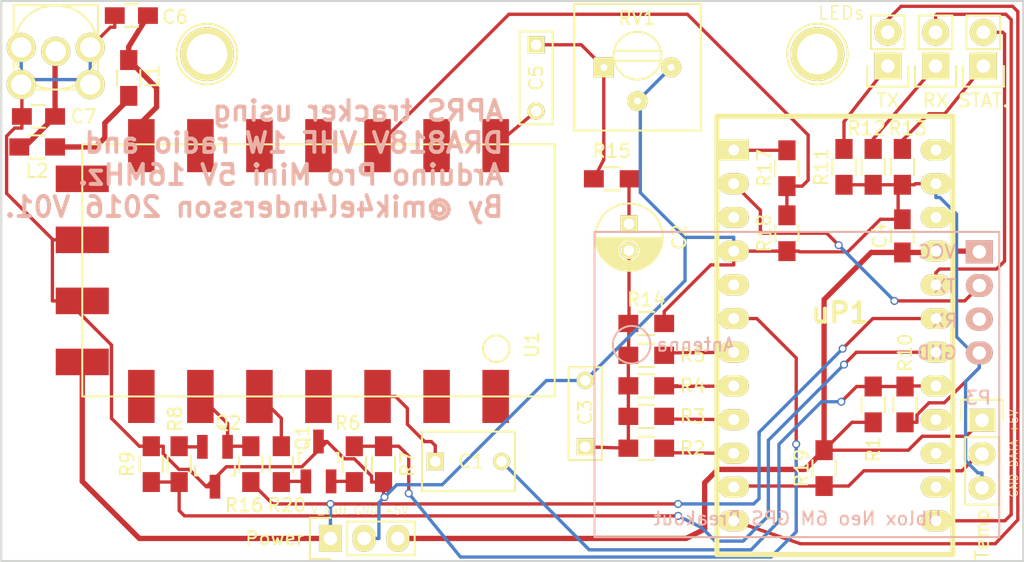
<source format=kicad_pcb>
(kicad_pcb (version 20171130) (host pcbnew "(5.1.12)-1")

  (general
    (thickness 1.6)
    (drawings 8)
    (tracks 323)
    (zones 0)
    (modules 43)
    (nets 34)
  )

  (page A4)
  (layers
    (0 F.Cu signal)
    (31 B.Cu signal)
    (32 B.Adhes user hide)
    (33 F.Adhes user hide)
    (34 B.Paste user)
    (35 F.Paste user hide)
    (36 B.SilkS user)
    (37 F.SilkS user)
    (38 B.Mask user)
    (39 F.Mask user)
    (40 Dwgs.User user)
    (41 Cmts.User user)
    (42 Eco1.User user)
    (43 Eco2.User user)
    (44 Edge.Cuts user)
    (45 Margin user)
    (46 B.CrtYd user)
    (47 F.CrtYd user)
    (48 B.Fab user)
    (49 F.Fab user)
  )

  (setup
    (last_trace_width 0.25)
    (user_trace_width 0.4)
    (trace_clearance 0.0762)
    (zone_clearance 0.3)
    (zone_45_only no)
    (trace_min 0.2)
    (via_size 0.6)
    (via_drill 0.4)
    (via_min_size 0.4)
    (via_min_drill 0.3)
    (uvia_size 0.3)
    (uvia_drill 0.1)
    (uvias_allowed no)
    (uvia_min_size 0.2)
    (uvia_min_drill 0.1)
    (edge_width 0.15)
    (segment_width 0.2)
    (pcb_text_width 0.3)
    (pcb_text_size 1.5 1.5)
    (mod_edge_width 0.15)
    (mod_text_size 1 1)
    (mod_text_width 0.15)
    (pad_size 1.524 1.524)
    (pad_drill 0.762)
    (pad_to_mask_clearance 0.0762)
    (aux_axis_origin 0 0)
    (grid_origin 93.4 93.6)
    (visible_elements 7FFFFFFF)
    (pcbplotparams
      (layerselection 0x010f0_80000001)
      (usegerberextensions true)
      (usegerberattributes true)
      (usegerberadvancedattributes true)
      (creategerberjobfile true)
      (excludeedgelayer true)
      (linewidth 0.100000)
      (plotframeref false)
      (viasonmask false)
      (mode 1)
      (useauxorigin false)
      (hpglpennumber 1)
      (hpglpenspeed 20)
      (hpglpendiameter 15.000000)
      (psnegative false)
      (psa4output false)
      (plotreference true)
      (plotvalue true)
      (plotinvisibletext false)
      (padsonsilk false)
      (subtractmaskfromsilk false)
      (outputformat 1)
      (mirror false)
      (drillshape 0)
      (scaleselection 1)
      (outputdirectory "export/"))
  )

  (net 0 "")
  (net 1 /LINE_LEVEL_IN)
  (net 2 /AUDIO_IN)
  (net 3 "Net-(C2-Pad1)")
  (net 4 "Net-(C2-Pad2)")
  (net 5 GND)
  (net 6 /MIC_LEVEL_OUT)
  (net 7 +5V)
  (net 8 /D9)
  (net 9 "Net-(D1-Pad1)")
  (net 10 /D10)
  (net 11 "Net-(D2-Pad1)")
  (net 12 /V_BATT)
  (net 13 /RADIO_PD)
  (net 14 /RADIO_TX)
  (net 15 /TEMP_DATA)
  (net 16 /PTT_V+)
  (net 17 /GPS_RX)
  (net 18 "Net-(Q1-Pad2)")
  (net 19 "Net-(Q2-Pad2)")
  (net 20 /PTT_CONTROL)
  (net 21 /D7)
  (net 22 /D6)
  (net 23 /D5)
  (net 24 /D4)
  (net 25 /RADIO_PD_CONTROL)
  (net 26 "Net-(D3-Pad1)")
  (net 27 /STATUS_LED)
  (net 28 "Net-(R20-Pad1)")
  (net 29 "Net-(C6-Pad1)")
  (net 30 "Net-(C7-Pad1)")
  (net 31 "Net-(L1-Pad2)")
  (net 32 "Net-(C5-Pad2)")
  (net 33 "Net-(R17-Pad2)")

  (net_class Default "This is the default net class."
    (clearance 0.0762)
    (trace_width 0.25)
    (via_dia 0.6)
    (via_drill 0.4)
    (uvia_dia 0.3)
    (uvia_drill 0.1)
    (add_net +5V)
    (add_net /AUDIO_IN)
    (add_net /D10)
    (add_net /D4)
    (add_net /D5)
    (add_net /D6)
    (add_net /D7)
    (add_net /D9)
    (add_net /GPS_RX)
    (add_net /LINE_LEVEL_IN)
    (add_net /MIC_LEVEL_OUT)
    (add_net /PTT_CONTROL)
    (add_net /PTT_V+)
    (add_net /RADIO_PD)
    (add_net /RADIO_PD_CONTROL)
    (add_net /RADIO_TX)
    (add_net /STATUS_LED)
    (add_net /TEMP_DATA)
    (add_net /V_BATT)
    (add_net GND)
    (add_net "Net-(C2-Pad1)")
    (add_net "Net-(C2-Pad2)")
    (add_net "Net-(C5-Pad2)")
    (add_net "Net-(C6-Pad1)")
    (add_net "Net-(C7-Pad1)")
    (add_net "Net-(D1-Pad1)")
    (add_net "Net-(D2-Pad1)")
    (add_net "Net-(D3-Pad1)")
    (add_net "Net-(L1-Pad2)")
    (add_net "Net-(Q1-Pad2)")
    (add_net "Net-(Q2-Pad2)")
    (add_net "Net-(R17-Pad2)")
    (add_net "Net-(R20-Pad1)")
  )

  (net_class Thick ""
    (clearance 0.0762)
    (trace_width 0.4)
    (via_dia 0.6)
    (via_drill 0.4)
    (uvia_dia 0.3)
    (uvia_drill 0.1)
  )

  (module Connect:1pin (layer F.Cu) (tedit 56E53A31) (tstamp 56E2DD41)
    (at 108.9 97.6)
    (descr "module 1 pin (ou trou mecanique de percage)")
    (tags DEV)
    (fp_text reference REF**_2 (at 0 -3.048) (layer F.SilkS) hide
      (effects (font (size 1 1) (thickness 0.15)))
    )
    (fp_text value 1pin (at 0 2.794) (layer F.Fab) hide
      (effects (font (size 1 1) (thickness 0.15)))
    )
    (fp_circle (center 0 0) (end 0 -2.286) (layer F.SilkS) (width 0.15))
    (pad 1 thru_hole circle (at 0 0) (size 4.064 4.064) (drill 3.048) (layers *.Cu *.Mask F.SilkS))
  )

  (module Capacitors_ThroughHole:C_Rect_L7_W4.5_P5 placed (layer F.Cu) (tedit 56E53B79) (tstamp 56DD9EEE)
    (at 126.1 128.3)
    (descr "Film Capacitor Length 7mm x Width 4.5mm, Pitch 5mm")
    (tags Capacitor)
    (path /56C9C734)
    (fp_text reference C1 (at 2.7 0) (layer F.SilkS)
      (effects (font (size 1 1) (thickness 0.15)))
    )
    (fp_text value 1uF (at 2.5 3.5) (layer F.Fab) hide
      (effects (font (size 1 1) (thickness 0.15)))
    )
    (fp_line (start -1 2.25) (end -1 -2.25) (layer F.SilkS) (width 0.15))
    (fp_line (start 6 2.25) (end -1 2.25) (layer F.SilkS) (width 0.15))
    (fp_line (start 6 -2.25) (end 6 2.25) (layer F.SilkS) (width 0.15))
    (fp_line (start -1 -2.25) (end 6 -2.25) (layer F.SilkS) (width 0.15))
    (fp_line (start -1.25 2.5) (end -1.25 -2.5) (layer F.CrtYd) (width 0.05))
    (fp_line (start 6.25 2.5) (end -1.25 2.5) (layer F.CrtYd) (width 0.05))
    (fp_line (start 6.25 -2.5) (end 6.25 2.5) (layer F.CrtYd) (width 0.05))
    (fp_line (start -1.25 -2.5) (end 6.25 -2.5) (layer F.CrtYd) (width 0.05))
    (pad 1 thru_hole rect (at 0 0) (size 1.3 1.3) (drill 0.8) (layers *.Cu *.Mask F.SilkS)
      (net 1 /LINE_LEVEL_IN))
    (pad 2 thru_hole circle (at 5 0) (size 1.3 1.3) (drill 0.8) (layers *.Cu *.Mask F.SilkS)
      (net 2 /AUDIO_IN))
    (model Capacitors_ThroughHole.3dshapes/C_Rect_L7_W4.5_P5.wrl
      (offset (xyz 2.499994962453842 0 0))
      (scale (xyz 1 1 1))
      (rotate (xyz 0 0 0))
    )
  )

  (module Capacitors_ThroughHole:C_Radial_D5_L11_P2 placed (layer F.Cu) (tedit 56E53D9E) (tstamp 56DD9EF4)
    (at 140.7 110.4 270)
    (descr "Radial Electrolytic Capacitor 5mm x Length 11mm, Pitch 2mm")
    (tags "Electrolytic Capacitor")
    (path /56C9DC4C)
    (fp_text reference C2 (at 1 -3.8 270) (layer F.SilkS)
      (effects (font (size 1 1) (thickness 0.15)))
    )
    (fp_text value 4.7uF (at 1 3.8 270) (layer F.Fab) hide
      (effects (font (size 1 1) (thickness 0.15)))
    )
    (fp_circle (center 1 0) (end 1 -2.8) (layer F.CrtYd) (width 0.05))
    (fp_circle (center 1 0) (end 1 -2.5375) (layer F.SilkS) (width 0.15))
    (fp_circle (center 2 0) (end 2 -0.8) (layer F.SilkS) (width 0.15))
    (fp_line (start 3.455 -0.472) (end 3.455 0.472) (layer F.SilkS) (width 0.15))
    (fp_line (start 3.315 -0.944) (end 3.315 0.944) (layer F.SilkS) (width 0.15))
    (fp_line (start 3.175 -1.233) (end 3.175 1.233) (layer F.SilkS) (width 0.15))
    (fp_line (start 3.035 -1.452) (end 3.035 1.452) (layer F.SilkS) (width 0.15))
    (fp_line (start 2.895 -1.631) (end 2.895 1.631) (layer F.SilkS) (width 0.15))
    (fp_line (start 2.755 0.265) (end 2.755 1.78) (layer F.SilkS) (width 0.15))
    (fp_line (start 2.755 -1.78) (end 2.755 -0.265) (layer F.SilkS) (width 0.15))
    (fp_line (start 2.615 0.512) (end 2.615 1.908) (layer F.SilkS) (width 0.15))
    (fp_line (start 2.615 -1.908) (end 2.615 -0.512) (layer F.SilkS) (width 0.15))
    (fp_line (start 2.475 0.644) (end 2.475 2.019) (layer F.SilkS) (width 0.15))
    (fp_line (start 2.475 -2.019) (end 2.475 -0.644) (layer F.SilkS) (width 0.15))
    (fp_line (start 2.335 0.726) (end 2.335 2.114) (layer F.SilkS) (width 0.15))
    (fp_line (start 2.335 -2.114) (end 2.335 -0.726) (layer F.SilkS) (width 0.15))
    (fp_line (start 2.195 0.776) (end 2.195 2.196) (layer F.SilkS) (width 0.15))
    (fp_line (start 2.195 -2.196) (end 2.195 -0.776) (layer F.SilkS) (width 0.15))
    (fp_line (start 2.055 0.798) (end 2.055 2.266) (layer F.SilkS) (width 0.15))
    (fp_line (start 2.055 -2.266) (end 2.055 -0.798) (layer F.SilkS) (width 0.15))
    (fp_line (start 1.915 0.795) (end 1.915 2.327) (layer F.SilkS) (width 0.15))
    (fp_line (start 1.915 -2.327) (end 1.915 -0.795) (layer F.SilkS) (width 0.15))
    (fp_line (start 1.775 0.768) (end 1.775 2.377) (layer F.SilkS) (width 0.15))
    (fp_line (start 1.775 -2.377) (end 1.775 -0.768) (layer F.SilkS) (width 0.15))
    (fp_line (start 1.635 0.712) (end 1.635 2.418) (layer F.SilkS) (width 0.15))
    (fp_line (start 1.635 -2.418) (end 1.635 -0.712) (layer F.SilkS) (width 0.15))
    (fp_line (start 1.495 0.62) (end 1.495 2.451) (layer F.SilkS) (width 0.15))
    (fp_line (start 1.495 -2.451) (end 1.495 -0.62) (layer F.SilkS) (width 0.15))
    (fp_line (start 1.355 0.473) (end 1.355 2.475) (layer F.SilkS) (width 0.15))
    (fp_line (start 1.355 -2.475) (end 1.355 -0.473) (layer F.SilkS) (width 0.15))
    (fp_line (start 1.215 0.154) (end 1.215 2.491) (layer F.SilkS) (width 0.15))
    (fp_line (start 1.215 -2.491) (end 1.215 -0.154) (layer F.SilkS) (width 0.15))
    (fp_line (start 1.075 -2.499) (end 1.075 2.499) (layer F.SilkS) (width 0.15))
    (pad 1 thru_hole rect (at 0 0 270) (size 1.3 1.3) (drill 0.8) (layers *.Cu *.Mask F.SilkS)
      (net 3 "Net-(C2-Pad1)"))
    (pad 2 thru_hole circle (at 2 0 270) (size 1.3 1.3) (drill 0.8) (layers *.Cu *.Mask F.SilkS)
      (net 4 "Net-(C2-Pad2)"))
    (model Capacitors_ThroughHole.3dshapes/C_Radial_D5_L11_P2.wrl
      (at (xyz 0 0 0))
      (scale (xyz 1 1 1))
      (rotate (xyz 0 0 0))
    )
  )

  (module Capacitors_ThroughHole:C_Rect_L7_W2.5_P5 placed (layer F.Cu) (tedit 56E53D51) (tstamp 56DD9EFA)
    (at 137.4 127.2 90)
    (descr "Film Capacitor Length 7mm x Width 2.5mm, Pitch 5mm")
    (tags Capacitor)
    (path /56C9DC08)
    (fp_text reference C3 (at 2.6 0 90) (layer F.SilkS)
      (effects (font (size 1 1) (thickness 0.15)))
    )
    (fp_text value 100nF (at 2.5 2.5 90) (layer F.Fab) hide
      (effects (font (size 1 1) (thickness 0.15)))
    )
    (fp_line (start -1 1.25) (end -1 -1.25) (layer F.SilkS) (width 0.15))
    (fp_line (start 6 1.25) (end -1 1.25) (layer F.SilkS) (width 0.15))
    (fp_line (start 6 -1.25) (end 6 1.25) (layer F.SilkS) (width 0.15))
    (fp_line (start -1 -1.25) (end 6 -1.25) (layer F.SilkS) (width 0.15))
    (fp_line (start -1.25 1.5) (end -1.25 -1.5) (layer F.CrtYd) (width 0.05))
    (fp_line (start 6.25 1.5) (end -1.25 1.5) (layer F.CrtYd) (width 0.05))
    (fp_line (start 6.25 -1.5) (end 6.25 1.5) (layer F.CrtYd) (width 0.05))
    (fp_line (start -1.25 -1.5) (end 6.25 -1.5) (layer F.CrtYd) (width 0.05))
    (pad 1 thru_hole rect (at 0 0 90) (size 1.3 1.3) (drill 0.8) (layers *.Cu *.Mask F.SilkS)
      (net 4 "Net-(C2-Pad2)"))
    (pad 2 thru_hole circle (at 5 0 90) (size 1.3 1.3) (drill 0.8) (layers *.Cu *.Mask F.SilkS)
      (net 5 GND))
  )

  (module Capacitors_SMD:C_0805_HandSoldering placed (layer F.Cu) (tedit 56E53A37) (tstamp 56DD9F0C)
    (at 103.2 94.7 180)
    (descr "Capacitor SMD 0805, hand soldering")
    (tags "capacitor 0805")
    (path /56DD9C68)
    (attr smd)
    (fp_text reference C6 (at -3.3 -0.1 180) (layer F.SilkS)
      (effects (font (size 1 1) (thickness 0.15)))
    )
    (fp_text value 15pF (at 0 2.1 180) (layer F.Fab) hide
      (effects (font (size 1 1) (thickness 0.15)))
    )
    (fp_line (start -0.5 0.85) (end 0.5 0.85) (layer F.SilkS) (width 0.15))
    (fp_line (start 0.5 -0.85) (end -0.5 -0.85) (layer F.SilkS) (width 0.15))
    (fp_line (start 2.3 -1) (end 2.3 1) (layer F.CrtYd) (width 0.05))
    (fp_line (start -2.3 -1) (end -2.3 1) (layer F.CrtYd) (width 0.05))
    (fp_line (start -2.3 1) (end 2.3 1) (layer F.CrtYd) (width 0.05))
    (fp_line (start -2.3 -1) (end 2.3 -1) (layer F.CrtYd) (width 0.05))
    (pad 1 smd rect (at -1.25 0 180) (size 1.5 1.25) (layers F.Cu F.Paste F.Mask)
      (net 29 "Net-(C6-Pad1)"))
    (pad 2 smd rect (at 1.25 0 180) (size 1.5 1.25) (layers F.Cu F.Paste F.Mask)
      (net 5 GND))
    (model Capacitors_SMD.3dshapes/C_0805_HandSoldering.wrl
      (at (xyz 0 0 0))
      (scale (xyz 1 1 1))
      (rotate (xyz 0 0 0))
    )
  )

  (module Capacitors_SMD:C_0805_HandSoldering placed (layer F.Cu) (tedit 56E53A6A) (tstamp 56DD9F12)
    (at 96.2 102.3 180)
    (descr "Capacitor SMD 0805, hand soldering")
    (tags "capacitor 0805")
    (path /56DD9CFA)
    (attr smd)
    (fp_text reference C7 (at -3.4 0 180) (layer F.SilkS)
      (effects (font (size 1 1) (thickness 0.15)))
    )
    (fp_text value 15pF (at 0 2.1 180) (layer F.Fab) hide
      (effects (font (size 1 1) (thickness 0.15)))
    )
    (fp_line (start -0.5 0.85) (end 0.5 0.85) (layer F.SilkS) (width 0.15))
    (fp_line (start 0.5 -0.85) (end -0.5 -0.85) (layer F.SilkS) (width 0.15))
    (fp_line (start 2.3 -1) (end 2.3 1) (layer F.CrtYd) (width 0.05))
    (fp_line (start -2.3 -1) (end -2.3 1) (layer F.CrtYd) (width 0.05))
    (fp_line (start -2.3 1) (end 2.3 1) (layer F.CrtYd) (width 0.05))
    (fp_line (start -2.3 -1) (end 2.3 -1) (layer F.CrtYd) (width 0.05))
    (pad 1 smd rect (at -1.25 0 180) (size 1.5 1.25) (layers F.Cu F.Paste F.Mask)
      (net 30 "Net-(C7-Pad1)"))
    (pad 2 smd rect (at 1.25 0 180) (size 1.5 1.25) (layers F.Cu F.Paste F.Mask)
      (net 5 GND))
    (model Capacitors_SMD.3dshapes/C_0805_HandSoldering.wrl
      (at (xyz 0 0 0))
      (scale (xyz 1 1 1))
      (rotate (xyz 0 0 0))
    )
  )

  (module Pin_Headers:Pin_Header_Straight_1x02 placed (layer F.Cu) (tedit 56E53E25) (tstamp 56DD9F18)
    (at 160.2 98.5 180)
    (descr "Through hole pin header")
    (tags "pin header")
    (path /56C9DB34)
    (fp_text reference TX (at 0 -2.6 180) (layer F.SilkS)
      (effects (font (size 1 1) (thickness 0.15)))
    )
    (fp_text value "TX (GREEN)" (at 0 -3.1 180) (layer F.Fab) hide
      (effects (font (size 1 1) (thickness 0.15)))
    )
    (fp_line (start -1.27 3.81) (end 1.27 3.81) (layer F.SilkS) (width 0.15))
    (fp_line (start -1.27 1.27) (end -1.27 3.81) (layer F.SilkS) (width 0.15))
    (fp_line (start -1.55 -1.55) (end 1.55 -1.55) (layer F.SilkS) (width 0.15))
    (fp_line (start -1.55 0) (end -1.55 -1.55) (layer F.SilkS) (width 0.15))
    (fp_line (start 1.27 1.27) (end -1.27 1.27) (layer F.SilkS) (width 0.15))
    (fp_line (start -1.75 4.3) (end 1.75 4.3) (layer F.CrtYd) (width 0.05))
    (fp_line (start -1.75 -1.75) (end 1.75 -1.75) (layer F.CrtYd) (width 0.05))
    (fp_line (start 1.75 -1.75) (end 1.75 4.3) (layer F.CrtYd) (width 0.05))
    (fp_line (start -1.75 -1.75) (end -1.75 4.3) (layer F.CrtYd) (width 0.05))
    (fp_line (start 1.55 -1.55) (end 1.55 0) (layer F.SilkS) (width 0.15))
    (fp_line (start 1.27 1.27) (end 1.27 3.81) (layer F.SilkS) (width 0.15))
    (pad 1 thru_hole rect (at 0 0 180) (size 2.032 2.032) (drill 1.016) (layers *.Cu *.Mask F.SilkS)
      (net 9 "Net-(D1-Pad1)"))
    (pad 2 thru_hole oval (at 0 2.54 180) (size 2.032 2.032) (drill 1.016) (layers *.Cu *.Mask F.SilkS)
      (net 8 /D9))
    (model Pin_Headers.3dshapes/Pin_Header_Straight_1x02.wrl
      (offset (xyz 0 -1.269999980926514 0))
      (scale (xyz 1 1 1))
      (rotate (xyz 0 0 90))
    )
  )

  (module Pin_Headers:Pin_Header_Straight_1x02 placed (layer F.Cu) (tedit 56E53E43) (tstamp 56DD9F1E)
    (at 163.8 98.5 180)
    (descr "Through hole pin header")
    (tags "pin header")
    (path /56C9DB72)
    (fp_text reference RX (at 0 -2.6 180) (layer F.SilkS)
      (effects (font (size 1 1) (thickness 0.15)))
    )
    (fp_text value "RX (RED)" (at 0 -3.1 180) (layer F.Fab) hide
      (effects (font (size 1 1) (thickness 0.15)))
    )
    (fp_line (start -1.27 3.81) (end 1.27 3.81) (layer F.SilkS) (width 0.15))
    (fp_line (start -1.27 1.27) (end -1.27 3.81) (layer F.SilkS) (width 0.15))
    (fp_line (start -1.55 -1.55) (end 1.55 -1.55) (layer F.SilkS) (width 0.15))
    (fp_line (start -1.55 0) (end -1.55 -1.55) (layer F.SilkS) (width 0.15))
    (fp_line (start 1.27 1.27) (end -1.27 1.27) (layer F.SilkS) (width 0.15))
    (fp_line (start -1.75 4.3) (end 1.75 4.3) (layer F.CrtYd) (width 0.05))
    (fp_line (start -1.75 -1.75) (end 1.75 -1.75) (layer F.CrtYd) (width 0.05))
    (fp_line (start 1.75 -1.75) (end 1.75 4.3) (layer F.CrtYd) (width 0.05))
    (fp_line (start -1.75 -1.75) (end -1.75 4.3) (layer F.CrtYd) (width 0.05))
    (fp_line (start 1.55 -1.55) (end 1.55 0) (layer F.SilkS) (width 0.15))
    (fp_line (start 1.27 1.27) (end 1.27 3.81) (layer F.SilkS) (width 0.15))
    (pad 1 thru_hole rect (at 0 0 180) (size 2.032 2.032) (drill 1.016) (layers *.Cu *.Mask F.SilkS)
      (net 11 "Net-(D2-Pad1)"))
    (pad 2 thru_hole oval (at 0 2.54 180) (size 2.032 2.032) (drill 1.016) (layers *.Cu *.Mask F.SilkS)
      (net 10 /D10))
    (model Pin_Headers.3dshapes/Pin_Header_Straight_1x02.wrl
      (offset (xyz 0 -1.269999980926514 0))
      (scale (xyz 1 1 1))
      (rotate (xyz 0 0 90))
    )
  )

  (module Pin_Headers:Pin_Header_Straight_1x02 placed (layer F.Cu) (tedit 56E53E68) (tstamp 56DD9F24)
    (at 167.4 98.5 180)
    (descr "Through hole pin header")
    (tags "pin header")
    (path /56DD8E67)
    (fp_text reference STAT. (at 0 -2.6 180) (layer F.SilkS)
      (effects (font (size 1 1) (thickness 0.15)))
    )
    (fp_text value "STATUS (GREEN)" (at 0 -3.1 180) (layer F.Fab) hide
      (effects (font (size 1 1) (thickness 0.15)))
    )
    (fp_line (start -1.27 3.81) (end 1.27 3.81) (layer F.SilkS) (width 0.15))
    (fp_line (start -1.27 1.27) (end -1.27 3.81) (layer F.SilkS) (width 0.15))
    (fp_line (start -1.55 -1.55) (end 1.55 -1.55) (layer F.SilkS) (width 0.15))
    (fp_line (start -1.55 0) (end -1.55 -1.55) (layer F.SilkS) (width 0.15))
    (fp_line (start 1.27 1.27) (end -1.27 1.27) (layer F.SilkS) (width 0.15))
    (fp_line (start -1.75 4.3) (end 1.75 4.3) (layer F.CrtYd) (width 0.05))
    (fp_line (start -1.75 -1.75) (end 1.75 -1.75) (layer F.CrtYd) (width 0.05))
    (fp_line (start 1.75 -1.75) (end 1.75 4.3) (layer F.CrtYd) (width 0.05))
    (fp_line (start -1.75 -1.75) (end -1.75 4.3) (layer F.CrtYd) (width 0.05))
    (fp_line (start 1.55 -1.55) (end 1.55 0) (layer F.SilkS) (width 0.15))
    (fp_line (start 1.27 1.27) (end 1.27 3.81) (layer F.SilkS) (width 0.15))
    (pad 1 thru_hole rect (at 0 0 180) (size 2.032 2.032) (drill 1.016) (layers *.Cu *.Mask F.SilkS)
      (net 26 "Net-(D3-Pad1)"))
    (pad 2 thru_hole oval (at 0 2.54 180) (size 2.032 2.032) (drill 1.016) (layers *.Cu *.Mask F.SilkS)
      (net 27 /STATUS_LED))
    (model Pin_Headers.3dshapes/Pin_Header_Straight_1x02.wrl
      (offset (xyz 0 -1.269999980926514 0))
      (scale (xyz 1 1 1))
      (rotate (xyz 0 0 90))
    )
  )

  (module sma_female_top:sma_female_top placed (layer F.Cu) (tedit 56E53A1E) (tstamp 56DD9F2D)
    (at 97.5 97.1 180)
    (path /56DD4C3D)
    (fp_text reference J1 (at 0 6.35 180) (layer F.SilkS) hide
      (effects (font (size 1 1) (thickness 0.15)))
    )
    (fp_text value SMA (at 0.1 2.8 180) (layer F.Fab) hide
      (effects (font (size 1 1) (thickness 0.15)))
    )
    (fp_line (start 3.175 -3.175) (end -3.175 -3.175) (layer F.SilkS) (width 0.15))
    (fp_line (start 3.175 3.175) (end 3.175 -3.175) (layer F.SilkS) (width 0.15))
    (fp_line (start -3.175 3.175) (end 3.175 3.175) (layer F.SilkS) (width 0.15))
    (fp_line (start -3.175 -3.175) (end -3.175 3.175) (layer F.SilkS) (width 0.15))
    (fp_circle (center 0 0) (end 0 -3.175) (layer F.SilkS) (width 0.15))
    (pad 1 thru_hole circle (at 0 -0.3 180) (size 2.2 2.2) (drill 1.524) (layers *.Cu *.Mask F.SilkS)
      (net 30 "Net-(C7-Pad1)"))
    (pad 4 thru_hole circle (at 2.6 -2.8 180) (size 2.2 2.2) (drill 1.524) (layers *.Cu *.Mask F.SilkS)
      (net 5 GND))
    (pad 3 thru_hole circle (at -2.6 -2.8 180) (size 2.2 2.2) (drill 1.524) (layers *.Cu *.Mask F.SilkS)
      (net 5 GND))
    (pad 2 thru_hole circle (at -2.6 0 180) (size 2.2 2.2) (drill 1.524) (layers *.Cu *.Mask F.SilkS)
      (net 5 GND))
    (pad 5 thru_hole circle (at 2.6 0 180) (size 2.2 2.2) (drill 1.524) (layers *.Cu *.Mask F.SilkS)
      (net 5 GND))
  )

  (module Resistors_SMD:R_0805_HandSoldering placed (layer F.Cu) (tedit 56E53A47) (tstamp 56DD9F33)
    (at 103 99.4 270)
    (descr "Resistor SMD 0805, hand soldering")
    (tags "resistor 0805")
    (path /56DD9B69)
    (attr smd)
    (fp_text reference L1 (at -0.1 -1.8 270) (layer F.SilkS)
      (effects (font (size 1 1) (thickness 0.15)))
    )
    (fp_text value 0.027uH (at 0 2.1 270) (layer F.Fab) hide
      (effects (font (size 1 1) (thickness 0.15)))
    )
    (fp_line (start -0.6 -0.875) (end 0.6 -0.875) (layer F.SilkS) (width 0.15))
    (fp_line (start 0.6 0.875) (end -0.6 0.875) (layer F.SilkS) (width 0.15))
    (fp_line (start 2.4 -1) (end 2.4 1) (layer F.CrtYd) (width 0.05))
    (fp_line (start -2.4 -1) (end -2.4 1) (layer F.CrtYd) (width 0.05))
    (fp_line (start -2.4 1) (end 2.4 1) (layer F.CrtYd) (width 0.05))
    (fp_line (start -2.4 -1) (end 2.4 -1) (layer F.CrtYd) (width 0.05))
    (pad 1 smd rect (at -1.35 0 270) (size 1.5 1.3) (layers F.Cu F.Paste F.Mask)
      (net 29 "Net-(C6-Pad1)"))
    (pad 2 smd rect (at 1.35 0 270) (size 1.5 1.3) (layers F.Cu F.Paste F.Mask)
      (net 31 "Net-(L1-Pad2)"))
    (model Resistors_SMD.3dshapes/R_0805_HandSoldering.wrl
      (at (xyz 0 0 0))
      (scale (xyz 1 1 1))
      (rotate (xyz 0 0 0))
    )
  )

  (module Resistors_SMD:R_0805_HandSoldering placed (layer F.Cu) (tedit 56E53A72) (tstamp 56DD9F39)
    (at 96.1 104.6 180)
    (descr "Resistor SMD 0805, hand soldering")
    (tags "resistor 0805")
    (path /56DDA6F2)
    (attr smd)
    (fp_text reference L2 (at 0 -1.8 180) (layer F.SilkS)
      (effects (font (size 1 1) (thickness 0.15)))
    )
    (fp_text value 0.027uH (at 0 2.1 180) (layer F.Fab) hide
      (effects (font (size 1 1) (thickness 0.15)))
    )
    (fp_line (start -0.6 -0.875) (end 0.6 -0.875) (layer F.SilkS) (width 0.15))
    (fp_line (start 0.6 0.875) (end -0.6 0.875) (layer F.SilkS) (width 0.15))
    (fp_line (start 2.4 -1) (end 2.4 1) (layer F.CrtYd) (width 0.05))
    (fp_line (start -2.4 -1) (end -2.4 1) (layer F.CrtYd) (width 0.05))
    (fp_line (start -2.4 1) (end 2.4 1) (layer F.CrtYd) (width 0.05))
    (fp_line (start -2.4 -1) (end 2.4 -1) (layer F.CrtYd) (width 0.05))
    (pad 1 smd rect (at -1.35 0 180) (size 1.5 1.3) (layers F.Cu F.Paste F.Mask)
      (net 31 "Net-(L1-Pad2)"))
    (pad 2 smd rect (at 1.35 0 180) (size 1.5 1.3) (layers F.Cu F.Paste F.Mask)
      (net 30 "Net-(C7-Pad1)"))
    (model Resistors_SMD.3dshapes/R_0805_HandSoldering.wrl
      (at (xyz 0 0 0))
      (scale (xyz 1 1 1))
      (rotate (xyz 0 0 0))
    )
  )

  (module Pin_Headers:Pin_Header_Straight_1x03 placed (layer F.Cu) (tedit 56E53AAF) (tstamp 56DD9F40)
    (at 118.2 134.1 90)
    (descr "Through hole pin header")
    (tags "pin header")
    (path /56CB6451)
    (fp_text reference Power (at 0 -4.2 180) (layer F.SilkS)
      (effects (font (size 1 1) (thickness 0.15)))
    )
    (fp_text value POWER (at 0 -3.1 90) (layer F.Fab) hide
      (effects (font (size 1 1) (thickness 0.15)))
    )
    (fp_line (start -1.55 -1.55) (end 1.55 -1.55) (layer F.SilkS) (width 0.15))
    (fp_line (start -1.55 0) (end -1.55 -1.55) (layer F.SilkS) (width 0.15))
    (fp_line (start 1.27 1.27) (end -1.27 1.27) (layer F.SilkS) (width 0.15))
    (fp_line (start 1.55 -1.55) (end 1.55 0) (layer F.SilkS) (width 0.15))
    (fp_line (start 1.27 6.35) (end 1.27 1.27) (layer F.SilkS) (width 0.15))
    (fp_line (start -1.27 6.35) (end 1.27 6.35) (layer F.SilkS) (width 0.15))
    (fp_line (start -1.27 1.27) (end -1.27 6.35) (layer F.SilkS) (width 0.15))
    (fp_line (start -1.75 6.85) (end 1.75 6.85) (layer F.CrtYd) (width 0.05))
    (fp_line (start -1.75 -1.75) (end 1.75 -1.75) (layer F.CrtYd) (width 0.05))
    (fp_line (start 1.75 -1.75) (end 1.75 6.85) (layer F.CrtYd) (width 0.05))
    (fp_line (start -1.75 -1.75) (end -1.75 6.85) (layer F.CrtYd) (width 0.05))
    (pad 1 thru_hole rect (at 0 0 90) (size 2.032 1.7272) (drill 1.016) (layers *.Cu *.Mask F.SilkS)
      (net 12 /V_BATT))
    (pad 2 thru_hole oval (at 0 2.54 90) (size 2.032 1.7272) (drill 1.016) (layers *.Cu *.Mask F.SilkS)
      (net 5 GND))
    (pad 3 thru_hole oval (at 0 5.08 90) (size 2.032 1.7272) (drill 1.016) (layers *.Cu *.Mask F.SilkS)
      (net 7 +5V))
    (model Pin_Headers.3dshapes/Pin_Header_Straight_1x03.wrl
      (offset (xyz 0 -2.539999961853027 0))
      (scale (xyz 1 1 1))
      (rotate (xyz 0 0 90))
    )
  )

  (module TO_SOT_Packages_SMD:SOT-23_Handsoldering placed (layer F.Cu) (tedit 56E53C41) (tstamp 56DD9F56)
    (at 117.3 128.3)
    (descr "SOT-23, Handsoldering")
    (tags SOT-23)
    (path /56C9C6A9)
    (attr smd)
    (fp_text reference Q1 (at -1.2 -1.8 90) (layer F.SilkS)
      (effects (font (size 1 1) (thickness 0.15)))
    )
    (fp_text value 2N7002 (at 0 3.81) (layer F.Fab) hide
      (effects (font (size 1 1) (thickness 0.15)))
    )
    (fp_line (start 1.49982 -0.65024) (end 1.49982 0.0508) (layer F.SilkS) (width 0.15))
    (fp_line (start 1.29916 -0.65024) (end 1.49982 -0.65024) (layer F.SilkS) (width 0.15))
    (fp_line (start -1.49982 -0.65024) (end -1.2509 -0.65024) (layer F.SilkS) (width 0.15))
    (fp_line (start -1.49982 0.0508) (end -1.49982 -0.65024) (layer F.SilkS) (width 0.15))
    (pad 1 smd rect (at -0.95 1.50114) (size 0.8001 1.80086) (layers F.Cu F.Paste F.Mask)
      (net 16 /PTT_V+))
    (pad 2 smd rect (at 0.95 1.50114) (size 0.8001 1.80086) (layers F.Cu F.Paste F.Mask)
      (net 18 "Net-(Q1-Pad2)"))
    (pad 3 smd rect (at 0 -1.50114) (size 0.8001 1.80086) (layers F.Cu F.Paste F.Mask)
      (net 5 GND))
    (model TO_SOT_Packages_SMD.3dshapes/SOT-23_Handsoldering.wrl
      (at (xyz 0 0 0))
      (scale (xyz 1 1 1))
      (rotate (xyz 0 0 0))
    )
  )

  (module TO_SOT_Packages_SMD:SOT-23_Handsoldering placed (layer F.Cu) (tedit 56E53BEF) (tstamp 56DD9F5D)
    (at 109.5 128.7 180)
    (descr "SOT-23, Handsoldering")
    (tags SOT-23)
    (path /56D9C472)
    (attr smd)
    (fp_text reference Q2 (at -1 3.3 180) (layer F.SilkS)
      (effects (font (size 1 1) (thickness 0.15)))
    )
    (fp_text value 2N7002 (at 0 3.81 180) (layer F.Fab) hide
      (effects (font (size 1 1) (thickness 0.15)))
    )
    (fp_line (start 1.49982 -0.65024) (end 1.49982 0.0508) (layer F.SilkS) (width 0.15))
    (fp_line (start 1.29916 -0.65024) (end 1.49982 -0.65024) (layer F.SilkS) (width 0.15))
    (fp_line (start -1.49982 -0.65024) (end -1.2509 -0.65024) (layer F.SilkS) (width 0.15))
    (fp_line (start -1.49982 0.0508) (end -1.49982 -0.65024) (layer F.SilkS) (width 0.15))
    (pad 1 smd rect (at -0.95 1.50114 180) (size 0.8001 1.80086) (layers F.Cu F.Paste F.Mask)
      (net 13 /RADIO_PD))
    (pad 2 smd rect (at 0.95 1.50114 180) (size 0.8001 1.80086) (layers F.Cu F.Paste F.Mask)
      (net 19 "Net-(Q2-Pad2)"))
    (pad 3 smd rect (at 0 -1.50114 180) (size 0.8001 1.80086) (layers F.Cu F.Paste F.Mask)
      (net 5 GND))
    (model TO_SOT_Packages_SMD.3dshapes/SOT-23_Handsoldering.wrl
      (at (xyz 0 0 0))
      (scale (xyz 1 1 1))
      (rotate (xyz 0 0 0))
    )
  )

  (module Resistors_SMD:R_0805_HandSoldering placed (layer F.Cu) (tedit 56E53F95) (tstamp 56DD9F63)
    (at 159.1 124 270)
    (descr "Resistor SMD 0805, hand soldering")
    (tags "resistor 0805")
    (path /56C9C70D)
    (attr smd)
    (fp_text reference R1 (at 3.4 0 270) (layer F.SilkS)
      (effects (font (size 1 1) (thickness 0.15)))
    )
    (fp_text value 100K (at 0 2.1 270) (layer F.Fab) hide
      (effects (font (size 1 1) (thickness 0.15)))
    )
    (fp_line (start -0.6 -0.875) (end 0.6 -0.875) (layer F.SilkS) (width 0.15))
    (fp_line (start 0.6 0.875) (end -0.6 0.875) (layer F.SilkS) (width 0.15))
    (fp_line (start 2.4 -1) (end 2.4 1) (layer F.CrtYd) (width 0.05))
    (fp_line (start -2.4 -1) (end -2.4 1) (layer F.CrtYd) (width 0.05))
    (fp_line (start -2.4 1) (end 2.4 1) (layer F.CrtYd) (width 0.05))
    (fp_line (start -2.4 -1) (end 2.4 -1) (layer F.CrtYd) (width 0.05))
    (pad 1 smd rect (at -1.35 0 270) (size 1.5 1.3) (layers F.Cu F.Paste F.Mask)
      (net 2 /AUDIO_IN))
    (pad 2 smd rect (at 1.35 0 270) (size 1.5 1.3) (layers F.Cu F.Paste F.Mask)
      (net 7 +5V))
    (model Resistors_SMD.3dshapes/R_0805_HandSoldering.wrl
      (at (xyz 0 0 0))
      (scale (xyz 1 1 1))
      (rotate (xyz 0 0 0))
    )
  )

  (module Resistors_SMD:R_0805_HandSoldering placed (layer F.Cu) (tedit 56E53D64) (tstamp 56DD9F69)
    (at 142 127.3)
    (descr "Resistor SMD 0805, hand soldering")
    (tags "resistor 0805")
    (path /56C9DA36)
    (attr smd)
    (fp_text reference R2 (at 3.5 0) (layer F.SilkS)
      (effects (font (size 1 1) (thickness 0.15)))
    )
    (fp_text value "1K 1%" (at 0 2.1) (layer F.Fab) hide
      (effects (font (size 1 1) (thickness 0.15)))
    )
    (fp_line (start -0.6 -0.875) (end 0.6 -0.875) (layer F.SilkS) (width 0.15))
    (fp_line (start 0.6 0.875) (end -0.6 0.875) (layer F.SilkS) (width 0.15))
    (fp_line (start 2.4 -1) (end 2.4 1) (layer F.CrtYd) (width 0.05))
    (fp_line (start -2.4 -1) (end -2.4 1) (layer F.CrtYd) (width 0.05))
    (fp_line (start -2.4 1) (end 2.4 1) (layer F.CrtYd) (width 0.05))
    (fp_line (start -2.4 -1) (end 2.4 -1) (layer F.CrtYd) (width 0.05))
    (pad 1 smd rect (at -1.35 0) (size 1.5 1.3) (layers F.Cu F.Paste F.Mask)
      (net 4 "Net-(C2-Pad2)"))
    (pad 2 smd rect (at 1.35 0) (size 1.5 1.3) (layers F.Cu F.Paste F.Mask)
      (net 21 /D7))
    (model Resistors_SMD.3dshapes/R_0805_HandSoldering.wrl
      (at (xyz 0 0 0))
      (scale (xyz 1 1 1))
      (rotate (xyz 0 0 0))
    )
  )

  (module Resistors_SMD:R_0805_HandSoldering placed (layer F.Cu) (tedit 56E53D6A) (tstamp 56DD9F6F)
    (at 142 124.9)
    (descr "Resistor SMD 0805, hand soldering")
    (tags "resistor 0805")
    (path /56C9DA6A)
    (attr smd)
    (fp_text reference R3 (at 3.5 0) (layer F.SilkS)
      (effects (font (size 1 1) (thickness 0.15)))
    )
    (fp_text value "2K2 1%" (at 0 2.1) (layer F.Fab) hide
      (effects (font (size 1 1) (thickness 0.15)))
    )
    (fp_line (start -0.6 -0.875) (end 0.6 -0.875) (layer F.SilkS) (width 0.15))
    (fp_line (start 0.6 0.875) (end -0.6 0.875) (layer F.SilkS) (width 0.15))
    (fp_line (start 2.4 -1) (end 2.4 1) (layer F.CrtYd) (width 0.05))
    (fp_line (start -2.4 -1) (end -2.4 1) (layer F.CrtYd) (width 0.05))
    (fp_line (start -2.4 1) (end 2.4 1) (layer F.CrtYd) (width 0.05))
    (fp_line (start -2.4 -1) (end 2.4 -1) (layer F.CrtYd) (width 0.05))
    (pad 1 smd rect (at -1.35 0) (size 1.5 1.3) (layers F.Cu F.Paste F.Mask)
      (net 4 "Net-(C2-Pad2)"))
    (pad 2 smd rect (at 1.35 0) (size 1.5 1.3) (layers F.Cu F.Paste F.Mask)
      (net 22 /D6))
    (model Resistors_SMD.3dshapes/R_0805_HandSoldering.wrl
      (at (xyz 0 0 0))
      (scale (xyz 1 1 1))
      (rotate (xyz 0 0 0))
    )
  )

  (module Resistors_SMD:R_0805_HandSoldering placed (layer F.Cu) (tedit 56E53D74) (tstamp 56DD9F75)
    (at 142 122.6)
    (descr "Resistor SMD 0805, hand soldering")
    (tags "resistor 0805")
    (path /56C9DAC8)
    (attr smd)
    (fp_text reference R4 (at 3.5 0) (layer F.SilkS)
      (effects (font (size 1 1) (thickness 0.15)))
    )
    (fp_text value "3K9 1%" (at 0 2.1) (layer F.Fab) hide
      (effects (font (size 1 1) (thickness 0.15)))
    )
    (fp_line (start -0.6 -0.875) (end 0.6 -0.875) (layer F.SilkS) (width 0.15))
    (fp_line (start 0.6 0.875) (end -0.6 0.875) (layer F.SilkS) (width 0.15))
    (fp_line (start 2.4 -1) (end 2.4 1) (layer F.CrtYd) (width 0.05))
    (fp_line (start -2.4 -1) (end -2.4 1) (layer F.CrtYd) (width 0.05))
    (fp_line (start -2.4 1) (end 2.4 1) (layer F.CrtYd) (width 0.05))
    (fp_line (start -2.4 -1) (end 2.4 -1) (layer F.CrtYd) (width 0.05))
    (pad 1 smd rect (at -1.35 0) (size 1.5 1.3) (layers F.Cu F.Paste F.Mask)
      (net 4 "Net-(C2-Pad2)"))
    (pad 2 smd rect (at 1.35 0) (size 1.5 1.3) (layers F.Cu F.Paste F.Mask)
      (net 23 /D5))
    (model Resistors_SMD.3dshapes/R_0805_HandSoldering.wrl
      (at (xyz 0 0 0))
      (scale (xyz 1 1 1))
      (rotate (xyz 0 0 0))
    )
  )

  (module Resistors_SMD:R_0805_HandSoldering placed (layer F.Cu) (tedit 56E53D8C) (tstamp 56DD9F7B)
    (at 142 120.3)
    (descr "Resistor SMD 0805, hand soldering")
    (tags "resistor 0805")
    (path /56C9DAFD)
    (attr smd)
    (fp_text reference R5 (at 3.5 0) (layer F.SilkS)
      (effects (font (size 1 1) (thickness 0.15)))
    )
    (fp_text value "8K2 1%" (at 0 2.1) (layer F.Fab) hide
      (effects (font (size 1 1) (thickness 0.15)))
    )
    (fp_line (start -0.6 -0.875) (end 0.6 -0.875) (layer F.SilkS) (width 0.15))
    (fp_line (start 0.6 0.875) (end -0.6 0.875) (layer F.SilkS) (width 0.15))
    (fp_line (start 2.4 -1) (end 2.4 1) (layer F.CrtYd) (width 0.05))
    (fp_line (start -2.4 -1) (end -2.4 1) (layer F.CrtYd) (width 0.05))
    (fp_line (start -2.4 1) (end 2.4 1) (layer F.CrtYd) (width 0.05))
    (fp_line (start -2.4 -1) (end 2.4 -1) (layer F.CrtYd) (width 0.05))
    (pad 1 smd rect (at -1.35 0) (size 1.5 1.3) (layers F.Cu F.Paste F.Mask)
      (net 4 "Net-(C2-Pad2)"))
    (pad 2 smd rect (at 1.35 0) (size 1.5 1.3) (layers F.Cu F.Paste F.Mask)
      (net 24 /D4))
    (model Resistors_SMD.3dshapes/R_0805_HandSoldering.wrl
      (at (xyz 0 0 0))
      (scale (xyz 1 1 1))
      (rotate (xyz 0 0 0))
    )
  )

  (module Resistors_SMD:R_0805_HandSoldering placed (layer F.Cu) (tedit 56E53BA0) (tstamp 56DD9F81)
    (at 120 128.5 90)
    (descr "Resistor SMD 0805, hand soldering")
    (tags "resistor 0805")
    (path /56C9C7DE)
    (attr smd)
    (fp_text reference R6 (at 3.1 -0.5 180) (layer F.SilkS)
      (effects (font (size 1 1) (thickness 0.15)))
    )
    (fp_text value 1K (at 0 2.1 90) (layer F.Fab) hide
      (effects (font (size 1 1) (thickness 0.15)))
    )
    (fp_line (start -0.6 -0.875) (end 0.6 -0.875) (layer F.SilkS) (width 0.15))
    (fp_line (start 0.6 0.875) (end -0.6 0.875) (layer F.SilkS) (width 0.15))
    (fp_line (start 2.4 -1) (end 2.4 1) (layer F.CrtYd) (width 0.05))
    (fp_line (start -2.4 -1) (end -2.4 1) (layer F.CrtYd) (width 0.05))
    (fp_line (start -2.4 1) (end 2.4 1) (layer F.CrtYd) (width 0.05))
    (fp_line (start -2.4 -1) (end 2.4 -1) (layer F.CrtYd) (width 0.05))
    (pad 1 smd rect (at -1.35 0 90) (size 1.5 1.3) (layers F.Cu F.Paste F.Mask)
      (net 18 "Net-(Q1-Pad2)"))
    (pad 2 smd rect (at 1.35 0 90) (size 1.5 1.3) (layers F.Cu F.Paste F.Mask)
      (net 20 /PTT_CONTROL))
    (model Resistors_SMD.3dshapes/R_0805_HandSoldering.wrl
      (at (xyz 0 0 0))
      (scale (xyz 1 1 1))
      (rotate (xyz 0 0 0))
    )
  )

  (module Resistors_SMD:R_0805_HandSoldering placed (layer F.Cu) (tedit 56E53BA4) (tstamp 56DD9F87)
    (at 122.2 128.5 90)
    (descr "Resistor SMD 0805, hand soldering")
    (tags "resistor 0805")
    (path /56C9C66B)
    (attr smd)
    (fp_text reference R7 (at 0 1.8 90) (layer F.SilkS)
      (effects (font (size 1 1) (thickness 0.15)))
    )
    (fp_text value 1K (at 0 2.1 180) (layer F.Fab) hide
      (effects (font (size 1 1) (thickness 0.15)))
    )
    (fp_line (start -0.6 -0.875) (end 0.6 -0.875) (layer F.SilkS) (width 0.15))
    (fp_line (start 0.6 0.875) (end -0.6 0.875) (layer F.SilkS) (width 0.15))
    (fp_line (start 2.4 -1) (end 2.4 1) (layer F.CrtYd) (width 0.05))
    (fp_line (start -2.4 -1) (end -2.4 1) (layer F.CrtYd) (width 0.05))
    (fp_line (start -2.4 1) (end 2.4 1) (layer F.CrtYd) (width 0.05))
    (fp_line (start -2.4 -1) (end 2.4 -1) (layer F.CrtYd) (width 0.05))
    (pad 1 smd rect (at -1.35 0 90) (size 1.5 1.3) (layers F.Cu F.Paste F.Mask)
      (net 5 GND))
    (pad 2 smd rect (at 1.35 0 90) (size 1.5 1.3) (layers F.Cu F.Paste F.Mask)
      (net 20 /PTT_CONTROL))
    (model Resistors_SMD.3dshapes/R_0805_HandSoldering.wrl
      (at (xyz 0 0 0))
      (scale (xyz 1 1 1))
      (rotate (xyz 0 0 0))
    )
  )

  (module Resistors_SMD:R_0805_HandSoldering placed (layer F.Cu) (tedit 56E53BD6) (tstamp 56DD9F8D)
    (at 106.8 128.5 270)
    (descr "Resistor SMD 0805, hand soldering")
    (tags "resistor 0805")
    (path /56D9C479)
    (attr smd)
    (fp_text reference R8 (at -3.4 0.3 270) (layer F.SilkS)
      (effects (font (size 1 1) (thickness 0.15)))
    )
    (fp_text value 1K (at 0 2.1 270) (layer F.Fab) hide
      (effects (font (size 1 1) (thickness 0.15)))
    )
    (fp_line (start -0.6 -0.875) (end 0.6 -0.875) (layer F.SilkS) (width 0.15))
    (fp_line (start 0.6 0.875) (end -0.6 0.875) (layer F.SilkS) (width 0.15))
    (fp_line (start 2.4 -1) (end 2.4 1) (layer F.CrtYd) (width 0.05))
    (fp_line (start -2.4 -1) (end -2.4 1) (layer F.CrtYd) (width 0.05))
    (fp_line (start -2.4 1) (end 2.4 1) (layer F.CrtYd) (width 0.05))
    (fp_line (start -2.4 -1) (end 2.4 -1) (layer F.CrtYd) (width 0.05))
    (pad 1 smd rect (at -1.35 0 270) (size 1.5 1.3) (layers F.Cu F.Paste F.Mask)
      (net 19 "Net-(Q2-Pad2)"))
    (pad 2 smd rect (at 1.35 0 270) (size 1.5 1.3) (layers F.Cu F.Paste F.Mask)
      (net 25 /RADIO_PD_CONTROL))
    (model Resistors_SMD.3dshapes/R_0805_HandSoldering.wrl
      (at (xyz 0 0 0))
      (scale (xyz 1 1 1))
      (rotate (xyz 0 0 0))
    )
  )

  (module Resistors_SMD:R_0805_HandSoldering placed (layer F.Cu) (tedit 56E53BE5) (tstamp 56DD9F93)
    (at 104.7 128.5 270)
    (descr "Resistor SMD 0805, hand soldering")
    (tags "resistor 0805")
    (path /56D9C466)
    (attr smd)
    (fp_text reference R9 (at 0 1.8 270) (layer F.SilkS)
      (effects (font (size 1 1) (thickness 0.15)))
    )
    (fp_text value 1K (at 0 2.1 270) (layer F.Fab) hide
      (effects (font (size 1 1) (thickness 0.15)))
    )
    (fp_line (start -0.6 -0.875) (end 0.6 -0.875) (layer F.SilkS) (width 0.15))
    (fp_line (start 0.6 0.875) (end -0.6 0.875) (layer F.SilkS) (width 0.15))
    (fp_line (start 2.4 -1) (end 2.4 1) (layer F.CrtYd) (width 0.05))
    (fp_line (start -2.4 -1) (end -2.4 1) (layer F.CrtYd) (width 0.05))
    (fp_line (start -2.4 1) (end 2.4 1) (layer F.CrtYd) (width 0.05))
    (fp_line (start -2.4 -1) (end 2.4 -1) (layer F.CrtYd) (width 0.05))
    (pad 1 smd rect (at -1.35 0 270) (size 1.5 1.3) (layers F.Cu F.Paste F.Mask)
      (net 5 GND))
    (pad 2 smd rect (at 1.35 0 270) (size 1.5 1.3) (layers F.Cu F.Paste F.Mask)
      (net 25 /RADIO_PD_CONTROL))
    (model Resistors_SMD.3dshapes/R_0805_HandSoldering.wrl
      (at (xyz 0 0 0))
      (scale (xyz 1 1 1))
      (rotate (xyz 0 0 0))
    )
  )

  (module Resistors_SMD:R_0805_HandSoldering placed (layer F.Cu) (tedit 56E53FA9) (tstamp 56DD9F99)
    (at 161.5 124 270)
    (descr "Resistor SMD 0805, hand soldering")
    (tags "resistor 0805")
    (path /56C9C78B)
    (attr smd)
    (fp_text reference R10 (at -3.9 0 270) (layer F.SilkS)
      (effects (font (size 1 1) (thickness 0.15)))
    )
    (fp_text value 100K (at 0 2.1 270) (layer F.Fab) hide
      (effects (font (size 1 1) (thickness 0.15)))
    )
    (fp_line (start -0.6 -0.875) (end 0.6 -0.875) (layer F.SilkS) (width 0.15))
    (fp_line (start 0.6 0.875) (end -0.6 0.875) (layer F.SilkS) (width 0.15))
    (fp_line (start 2.4 -1) (end 2.4 1) (layer F.CrtYd) (width 0.05))
    (fp_line (start -2.4 -1) (end -2.4 1) (layer F.CrtYd) (width 0.05))
    (fp_line (start -2.4 1) (end 2.4 1) (layer F.CrtYd) (width 0.05))
    (fp_line (start -2.4 -1) (end 2.4 -1) (layer F.CrtYd) (width 0.05))
    (pad 1 smd rect (at -1.35 0 270) (size 1.5 1.3) (layers F.Cu F.Paste F.Mask)
      (net 2 /AUDIO_IN))
    (pad 2 smd rect (at 1.35 0 270) (size 1.5 1.3) (layers F.Cu F.Paste F.Mask)
      (net 5 GND))
    (model Resistors_SMD.3dshapes/R_0805_HandSoldering.wrl
      (at (xyz 0 0 0))
      (scale (xyz 1 1 1))
      (rotate (xyz 0 0 0))
    )
  )

  (module Resistors_SMD:R_0805_HandSoldering placed (layer F.Cu) (tedit 56E53F21) (tstamp 56DD9F9F)
    (at 156.9 106.1 90)
    (descr "Resistor SMD 0805, hand soldering")
    (tags "resistor 0805")
    (path /56D96458)
    (attr smd)
    (fp_text reference R11 (at 0 -1.7 90) (layer F.SilkS)
      (effects (font (size 1 1) (thickness 0.15)))
    )
    (fp_text value 3K3 (at 0 2.1 90) (layer F.Fab) hide
      (effects (font (size 1 1) (thickness 0.15)))
    )
    (fp_line (start -0.6 -0.875) (end 0.6 -0.875) (layer F.SilkS) (width 0.15))
    (fp_line (start 0.6 0.875) (end -0.6 0.875) (layer F.SilkS) (width 0.15))
    (fp_line (start 2.4 -1) (end 2.4 1) (layer F.CrtYd) (width 0.05))
    (fp_line (start -2.4 -1) (end -2.4 1) (layer F.CrtYd) (width 0.05))
    (fp_line (start -2.4 1) (end 2.4 1) (layer F.CrtYd) (width 0.05))
    (fp_line (start -2.4 -1) (end 2.4 -1) (layer F.CrtYd) (width 0.05))
    (pad 1 smd rect (at -1.35 0 90) (size 1.5 1.3) (layers F.Cu F.Paste F.Mask)
      (net 5 GND))
    (pad 2 smd rect (at 1.35 0 90) (size 1.5 1.3) (layers F.Cu F.Paste F.Mask)
      (net 9 "Net-(D1-Pad1)"))
    (model Resistors_SMD.3dshapes/R_0805_HandSoldering.wrl
      (at (xyz 0 0 0))
      (scale (xyz 1 1 1))
      (rotate (xyz 0 0 0))
    )
  )

  (module Resistors_SMD:R_0805_HandSoldering placed (layer F.Cu) (tedit 56E53F35) (tstamp 56DD9FA5)
    (at 159.1 106.1 90)
    (descr "Resistor SMD 0805, hand soldering")
    (tags "resistor 0805")
    (path /56C9DD8B)
    (attr smd)
    (fp_text reference R12 (at 2.9 -0.5 180) (layer F.SilkS)
      (effects (font (size 1 1) (thickness 0.15)))
    )
    (fp_text value 3K3 (at 0 2.1 90) (layer F.Fab) hide
      (effects (font (size 1 1) (thickness 0.15)))
    )
    (fp_line (start -0.6 -0.875) (end 0.6 -0.875) (layer F.SilkS) (width 0.15))
    (fp_line (start 0.6 0.875) (end -0.6 0.875) (layer F.SilkS) (width 0.15))
    (fp_line (start 2.4 -1) (end 2.4 1) (layer F.CrtYd) (width 0.05))
    (fp_line (start -2.4 -1) (end -2.4 1) (layer F.CrtYd) (width 0.05))
    (fp_line (start -2.4 1) (end 2.4 1) (layer F.CrtYd) (width 0.05))
    (fp_line (start -2.4 -1) (end 2.4 -1) (layer F.CrtYd) (width 0.05))
    (pad 1 smd rect (at -1.35 0 90) (size 1.5 1.3) (layers F.Cu F.Paste F.Mask)
      (net 5 GND))
    (pad 2 smd rect (at 1.35 0 90) (size 1.5 1.3) (layers F.Cu F.Paste F.Mask)
      (net 11 "Net-(D2-Pad1)"))
    (model Resistors_SMD.3dshapes/R_0805_HandSoldering.wrl
      (at (xyz 0 0 0))
      (scale (xyz 1 1 1))
      (rotate (xyz 0 0 0))
    )
  )

  (module Resistors_SMD:R_0805_HandSoldering placed (layer F.Cu) (tedit 56E53F2C) (tstamp 56DD9FAB)
    (at 161.3 106.1 90)
    (descr "Resistor SMD 0805, hand soldering")
    (tags "resistor 0805")
    (path /56DD8E6E)
    (attr smd)
    (fp_text reference R13 (at 2.9 0.4 180) (layer F.SilkS)
      (effects (font (size 1 1) (thickness 0.15)))
    )
    (fp_text value 3K3 (at 0 2.1 90) (layer F.Fab) hide
      (effects (font (size 1 1) (thickness 0.15)))
    )
    (fp_line (start -0.6 -0.875) (end 0.6 -0.875) (layer F.SilkS) (width 0.15))
    (fp_line (start 0.6 0.875) (end -0.6 0.875) (layer F.SilkS) (width 0.15))
    (fp_line (start 2.4 -1) (end 2.4 1) (layer F.CrtYd) (width 0.05))
    (fp_line (start -2.4 -1) (end -2.4 1) (layer F.CrtYd) (width 0.05))
    (fp_line (start -2.4 1) (end 2.4 1) (layer F.CrtYd) (width 0.05))
    (fp_line (start -2.4 -1) (end 2.4 -1) (layer F.CrtYd) (width 0.05))
    (pad 1 smd rect (at -1.35 0 90) (size 1.5 1.3) (layers F.Cu F.Paste F.Mask)
      (net 5 GND))
    (pad 2 smd rect (at 1.35 0 90) (size 1.5 1.3) (layers F.Cu F.Paste F.Mask)
      (net 26 "Net-(D3-Pad1)"))
    (model Resistors_SMD.3dshapes/R_0805_HandSoldering.wrl
      (at (xyz 0 0 0))
      (scale (xyz 1 1 1))
      (rotate (xyz 0 0 0))
    )
  )

  (module Resistors_SMD:R_0805_HandSoldering placed (layer F.Cu) (tedit 56E53D93) (tstamp 56DD9FB1)
    (at 142 117.9)
    (descr "Resistor SMD 0805, hand soldering")
    (tags "resistor 0805")
    (path /56C9DBB2)
    (attr smd)
    (fp_text reference R14 (at 0 -1.8) (layer F.SilkS)
      (effects (font (size 1 1) (thickness 0.15)))
    )
    (fp_text value "270 1%" (at 0 2.1) (layer F.Fab) hide
      (effects (font (size 1 1) (thickness 0.15)))
    )
    (fp_line (start -0.6 -0.875) (end 0.6 -0.875) (layer F.SilkS) (width 0.15))
    (fp_line (start 0.6 0.875) (end -0.6 0.875) (layer F.SilkS) (width 0.15))
    (fp_line (start 2.4 -1) (end 2.4 1) (layer F.CrtYd) (width 0.05))
    (fp_line (start -2.4 -1) (end -2.4 1) (layer F.CrtYd) (width 0.05))
    (fp_line (start -2.4 1) (end 2.4 1) (layer F.CrtYd) (width 0.05))
    (fp_line (start -2.4 -1) (end 2.4 -1) (layer F.CrtYd) (width 0.05))
    (pad 1 smd rect (at -1.35 0) (size 1.5 1.3) (layers F.Cu F.Paste F.Mask)
      (net 4 "Net-(C2-Pad2)"))
    (pad 2 smd rect (at 1.35 0) (size 1.5 1.3) (layers F.Cu F.Paste F.Mask)
      (net 5 GND))
    (model Resistors_SMD.3dshapes/R_0805_HandSoldering.wrl
      (at (xyz 0 0 0))
      (scale (xyz 1 1 1))
      (rotate (xyz 0 0 0))
    )
  )

  (module Resistors_SMD:R_0805_HandSoldering placed (layer F.Cu) (tedit 56E53DB8) (tstamp 56DD9FB7)
    (at 139.4 107)
    (descr "Resistor SMD 0805, hand soldering")
    (tags "resistor 0805")
    (path /56C9DCE7)
    (attr smd)
    (fp_text reference R15 (at 0 -2.1) (layer F.SilkS)
      (effects (font (size 1 1) (thickness 0.15)))
    )
    (fp_text value 100K (at 0 2.1) (layer F.Fab) hide
      (effects (font (size 1 1) (thickness 0.15)))
    )
    (fp_line (start -0.6 -0.875) (end 0.6 -0.875) (layer F.SilkS) (width 0.15))
    (fp_line (start 0.6 0.875) (end -0.6 0.875) (layer F.SilkS) (width 0.15))
    (fp_line (start 2.4 -1) (end 2.4 1) (layer F.CrtYd) (width 0.05))
    (fp_line (start -2.4 -1) (end -2.4 1) (layer F.CrtYd) (width 0.05))
    (fp_line (start -2.4 1) (end 2.4 1) (layer F.CrtYd) (width 0.05))
    (fp_line (start -2.4 -1) (end 2.4 -1) (layer F.CrtYd) (width 0.05))
    (pad 1 smd rect (at -1.35 0) (size 1.5 1.3) (layers F.Cu F.Paste F.Mask)
      (net 6 /MIC_LEVEL_OUT))
    (pad 2 smd rect (at 1.35 0) (size 1.5 1.3) (layers F.Cu F.Paste F.Mask)
      (net 3 "Net-(C2-Pad1)"))
    (model Resistors_SMD.3dshapes/R_0805_HandSoldering.wrl
      (at (xyz 0 0 0))
      (scale (xyz 1 1 1))
      (rotate (xyz 0 0 0))
    )
  )

  (module Resistors_SMD:R_0805_HandSoldering placed (layer F.Cu) (tedit 56E53BC2) (tstamp 56DD9FBD)
    (at 112.2 128.5 90)
    (descr "Resistor SMD 0805, hand soldering")
    (tags "resistor 0805")
    (path /56D9D003)
    (attr smd)
    (fp_text reference R16 (at -3.1 -0.5 180) (layer F.SilkS)
      (effects (font (size 1 1) (thickness 0.15)))
    )
    (fp_text value 10K (at 0 2.1 90) (layer F.Fab) hide
      (effects (font (size 1 1) (thickness 0.15)))
    )
    (fp_line (start -0.6 -0.875) (end 0.6 -0.875) (layer F.SilkS) (width 0.15))
    (fp_line (start 0.6 0.875) (end -0.6 0.875) (layer F.SilkS) (width 0.15))
    (fp_line (start 2.4 -1) (end 2.4 1) (layer F.CrtYd) (width 0.05))
    (fp_line (start -2.4 -1) (end -2.4 1) (layer F.CrtYd) (width 0.05))
    (fp_line (start -2.4 1) (end 2.4 1) (layer F.CrtYd) (width 0.05))
    (fp_line (start -2.4 -1) (end 2.4 -1) (layer F.CrtYd) (width 0.05))
    (pad 1 smd rect (at -1.35 0 90) (size 1.5 1.3) (layers F.Cu F.Paste F.Mask)
      (net 12 /V_BATT))
    (pad 2 smd rect (at 1.35 0 90) (size 1.5 1.3) (layers F.Cu F.Paste F.Mask)
      (net 13 /RADIO_PD))
    (model Resistors_SMD.3dshapes/R_0805_HandSoldering.wrl
      (at (xyz 0 0 0))
      (scale (xyz 1 1 1))
      (rotate (xyz 0 0 0))
    )
  )

  (module Resistors_SMD:R_0805_HandSoldering placed (layer F.Cu) (tedit 56E53ED0) (tstamp 56DD9FC3)
    (at 152.6 106.2 90)
    (descr "Resistor SMD 0805, hand soldering")
    (tags "resistor 0805")
    (path /56CA6F5C)
    (attr smd)
    (fp_text reference R17 (at 0 -1.7 90) (layer F.SilkS)
      (effects (font (size 1 1) (thickness 0.15)))
    )
    (fp_text value 10K (at 0 2.1 90) (layer F.Fab) hide
      (effects (font (size 1 1) (thickness 0.15)))
    )
    (fp_line (start -0.6 -0.875) (end 0.6 -0.875) (layer F.SilkS) (width 0.15))
    (fp_line (start 0.6 0.875) (end -0.6 0.875) (layer F.SilkS) (width 0.15))
    (fp_line (start 2.4 -1) (end 2.4 1) (layer F.CrtYd) (width 0.05))
    (fp_line (start -2.4 -1) (end -2.4 1) (layer F.CrtYd) (width 0.05))
    (fp_line (start -2.4 1) (end 2.4 1) (layer F.CrtYd) (width 0.05))
    (fp_line (start -2.4 -1) (end 2.4 -1) (layer F.CrtYd) (width 0.05))
    (pad 1 smd rect (at -1.35 0 90) (size 1.5 1.3) (layers F.Cu F.Paste F.Mask)
      (net 14 /RADIO_TX))
    (pad 2 smd rect (at 1.35 0 90) (size 1.5 1.3) (layers F.Cu F.Paste F.Mask)
      (net 33 "Net-(R17-Pad2)"))
    (model Resistors_SMD.3dshapes/R_0805_HandSoldering.wrl
      (at (xyz 0 0 0))
      (scale (xyz 1 1 1))
      (rotate (xyz 0 0 0))
    )
  )

  (module Resistors_SMD:R_0805_HandSoldering placed (layer F.Cu) (tedit 56E53EDB) (tstamp 56DD9FC9)
    (at 152.6 111.1 270)
    (descr "Resistor SMD 0805, hand soldering")
    (tags "resistor 0805")
    (path /56CA6E81)
    (attr smd)
    (fp_text reference R18 (at 0 1.7 270) (layer F.SilkS)
      (effects (font (size 1 1) (thickness 0.15)))
    )
    (fp_text value 20K (at 0 2.1 270) (layer F.Fab) hide
      (effects (font (size 1 1) (thickness 0.15)))
    )
    (fp_line (start -0.6 -0.875) (end 0.6 -0.875) (layer F.SilkS) (width 0.15))
    (fp_line (start 0.6 0.875) (end -0.6 0.875) (layer F.SilkS) (width 0.15))
    (fp_line (start 2.4 -1) (end 2.4 1) (layer F.CrtYd) (width 0.05))
    (fp_line (start -2.4 -1) (end -2.4 1) (layer F.CrtYd) (width 0.05))
    (fp_line (start -2.4 1) (end 2.4 1) (layer F.CrtYd) (width 0.05))
    (fp_line (start -2.4 -1) (end 2.4 -1) (layer F.CrtYd) (width 0.05))
    (pad 1 smd rect (at -1.35 0 270) (size 1.5 1.3) (layers F.Cu F.Paste F.Mask)
      (net 14 /RADIO_TX))
    (pad 2 smd rect (at 1.35 0 270) (size 1.5 1.3) (layers F.Cu F.Paste F.Mask)
      (net 5 GND))
    (model Resistors_SMD.3dshapes/R_0805_HandSoldering.wrl
      (at (xyz 0 0 0))
      (scale (xyz 1 1 1))
      (rotate (xyz 0 0 0))
    )
  )

  (module Resistors_SMD:R_0805_HandSoldering placed (layer F.Cu) (tedit 56E53F9C) (tstamp 56DD9FCF)
    (at 155.4 128.8 270)
    (descr "Resistor SMD 0805, hand soldering")
    (tags "resistor 0805")
    (path /56CC3579)
    (attr smd)
    (fp_text reference R19 (at 0 1.7 270) (layer F.SilkS)
      (effects (font (size 1 1) (thickness 0.15)))
    )
    (fp_text value 4.7K (at 0 2.1 270) (layer F.Fab) hide
      (effects (font (size 1 1) (thickness 0.15)))
    )
    (fp_line (start -0.6 -0.875) (end 0.6 -0.875) (layer F.SilkS) (width 0.15))
    (fp_line (start 0.6 0.875) (end -0.6 0.875) (layer F.SilkS) (width 0.15))
    (fp_line (start 2.4 -1) (end 2.4 1) (layer F.CrtYd) (width 0.05))
    (fp_line (start -2.4 -1) (end -2.4 1) (layer F.CrtYd) (width 0.05))
    (fp_line (start -2.4 1) (end 2.4 1) (layer F.CrtYd) (width 0.05))
    (fp_line (start -2.4 -1) (end 2.4 -1) (layer F.CrtYd) (width 0.05))
    (pad 1 smd rect (at -1.35 0 270) (size 1.5 1.3) (layers F.Cu F.Paste F.Mask)
      (net 7 +5V))
    (pad 2 smd rect (at 1.35 0 270) (size 1.5 1.3) (layers F.Cu F.Paste F.Mask)
      (net 15 /TEMP_DATA))
    (model Resistors_SMD.3dshapes/R_0805_HandSoldering.wrl
      (at (xyz 0 0 0))
      (scale (xyz 1 1 1))
      (rotate (xyz 0 0 0))
    )
  )

  (module Resistors_SMD:R_0805_HandSoldering placed (layer F.Cu) (tedit 56E53BC9) (tstamp 56DD9FD5)
    (at 114.5 128.5 270)
    (descr "Resistor SMD 0805, hand soldering")
    (tags "resistor 0805")
    (path /56D99944)
    (attr smd)
    (fp_text reference R20 (at 3.1 -0.4) (layer F.SilkS)
      (effects (font (size 1 1) (thickness 0.15)))
    )
    (fp_text value 10K (at 0 2.1 270) (layer F.Fab) hide
      (effects (font (size 1 1) (thickness 0.15)))
    )
    (fp_line (start -0.6 -0.875) (end 0.6 -0.875) (layer F.SilkS) (width 0.15))
    (fp_line (start 0.6 0.875) (end -0.6 0.875) (layer F.SilkS) (width 0.15))
    (fp_line (start 2.4 -1) (end 2.4 1) (layer F.CrtYd) (width 0.05))
    (fp_line (start -2.4 -1) (end -2.4 1) (layer F.CrtYd) (width 0.05))
    (fp_line (start -2.4 1) (end 2.4 1) (layer F.CrtYd) (width 0.05))
    (fp_line (start -2.4 -1) (end 2.4 -1) (layer F.CrtYd) (width 0.05))
    (pad 1 smd rect (at -1.35 0 270) (size 1.5 1.3) (layers F.Cu F.Paste F.Mask)
      (net 28 "Net-(R20-Pad1)"))
    (pad 2 smd rect (at 1.35 0 270) (size 1.5 1.3) (layers F.Cu F.Paste F.Mask)
      (net 16 /PTT_V+))
    (model Resistors_SMD.3dshapes/R_0805_HandSoldering.wrl
      (at (xyz 0 0 0))
      (scale (xyz 1 1 1))
      (rotate (xyz 0 0 0))
    )
  )

  (module Potentiometers:Potentiometer_Trimmer-Suntan-TSR-3386P placed (layer F.Cu) (tedit 56E53DC7) (tstamp 56DD9FE8)
    (at 138.8 98.6)
    (path /56D95D29)
    (fp_text reference RV1 (at 2.5 -3.7) (layer F.SilkS)
      (effects (font (size 1 1) (thickness 0.15)))
    )
    (fp_text value 10K (at 2.54 6.096) (layer F.Fab) hide
      (effects (font (size 1 1) (thickness 0.15)))
    )
    (fp_circle (center 2.54 -0.875) (end 4.115 0) (layer F.SilkS) (width 0.15))
    (fp_line (start -2.225 4.765) (end -2.225 -4.765) (layer F.SilkS) (width 0.15))
    (fp_line (start 7.305 4.765) (end -2.225 4.765) (layer F.SilkS) (width 0.15))
    (fp_line (start 7.305 -4.765) (end 7.305 4.765) (layer F.SilkS) (width 0.15))
    (fp_line (start -2.225 -4.765) (end 7.305 -4.765) (layer F.SilkS) (width 0.15))
    (fp_line (start 0.84 -0.495) (end 4.24 -0.495) (layer F.SilkS) (width 0.15))
    (fp_line (start 0.84 -1.255) (end 4.24 -1.255) (layer F.SilkS) (width 0.15))
    (pad 3 thru_hole circle (at 5.08 0) (size 1.51 1.51) (drill 0.51) (layers *.Cu *.Mask F.SilkS)
      (net 5 GND))
    (pad 1 thru_hole rect (at 0 0) (size 1.51 1.51) (drill 0.51) (layers *.Cu *.Mask F.SilkS)
      (net 6 /MIC_LEVEL_OUT))
    (pad 2 thru_hole circle (at 2.54 2.54) (size 1.51 1.51) (drill 0.51) (layers *.Cu *.Mask F.SilkS)
      (net 5 GND))
  )

  (module "arduino pro mini:ARDUINO_PRO_MINI" placed (layer F.Cu) (tedit 56E53FFA) (tstamp 56DDA01A)
    (at 152.4 118.8 270)
    (descr "Arduino pro mini, eliptcal pads")
    (tags arduino)
    (path /56DE1705)
    (fp_text reference uP1 (at -1.7 -4.2) (layer F.SilkS)
      (effects (font (size 1.5 1.5) (thickness 0.3)))
    )
    (fp_text value "Pro Mini 5V 16MHz" (at -0.7 -3.5 270) (layer F.SilkS) hide
      (effects (font (size 1.778 1.143) (thickness 0.28575)))
    )
    (fp_line (start 16.51 5.08) (end -16.51 5.08) (layer F.SilkS) (width 0.381))
    (fp_line (start -16.51 -12.7) (end 16.51 -12.7) (layer F.SilkS) (width 0.381))
    (fp_line (start 16.51 -12.7) (end 16.51 5.08) (layer F.SilkS) (width 0.381))
    (fp_line (start -16.51 -12.7) (end -16.51 5.08) (layer F.SilkS) (width 0.381))
    (pad 1 thru_hole rect (at -13.97 3.81 270) (size 1.5748 2.286) (drill 0.8128) (layers *.Cu *.Mask F.SilkS)
      (net 33 "Net-(R17-Pad2)"))
    (pad 2 thru_hole oval (at -11.43 3.81 270) (size 1.5748 2.286) (drill 0.8128) (layers *.Cu *.Mask F.SilkS)
      (net 17 /GPS_RX))
    (pad 3 thru_hole oval (at -8.89 3.81 270) (size 1.5748 2.286) (drill 0.8128) (layers *.Cu *.Mask F.SilkS))
    (pad 4 thru_hole oval (at -6.35 3.81 270) (size 1.5748 2.286) (drill 0.8128) (layers *.Cu *.Mask F.SilkS)
      (net 5 GND))
    (pad 5 thru_hole oval (at -3.81 3.81 270) (size 1.5748 2.286) (drill 0.8128) (layers *.Cu *.Mask F.SilkS))
    (pad 6 thru_hole oval (at -1.27 3.81 270) (size 1.5748 2.286) (drill 0.8128) (layers *.Cu *.Mask F.SilkS)
      (net 20 /PTT_CONTROL))
    (pad 7 thru_hole oval (at 1.27 3.81 270) (size 1.5748 2.286) (drill 0.8128) (layers *.Cu *.Mask F.SilkS)
      (net 24 /D4))
    (pad 8 thru_hole oval (at 3.81 3.81 270) (size 1.5748 2.286) (drill 0.8128) (layers *.Cu *.Mask F.SilkS)
      (net 23 /D5))
    (pad 9 thru_hole oval (at 6.35 3.81 270) (size 1.5748 2.286) (drill 0.8128) (layers *.Cu *.Mask F.SilkS)
      (net 22 /D6))
    (pad 10 thru_hole oval (at 8.89 3.81 270) (size 1.5748 2.286) (drill 0.8128) (layers *.Cu *.Mask F.SilkS)
      (net 21 /D7))
    (pad 11 thru_hole oval (at 11.43 3.81 270) (size 1.5748 2.286) (drill 0.8128) (layers *.Cu *.Mask F.SilkS)
      (net 15 /TEMP_DATA))
    (pad 12 thru_hole oval (at 13.97 3.81 270) (size 1.5748 2.286) (drill 0.8128) (layers *.Cu *.Mask F.SilkS)
      (net 8 /D9))
    (pad 13 thru_hole oval (at 13.97 -11.43 270) (size 1.5748 2.286) (drill 0.8128) (layers *.Cu *.Mask F.SilkS)
      (net 10 /D10))
    (pad 14 thru_hole oval (at 11.43 -11.43 270) (size 1.5748 2.286) (drill 0.8128) (layers *.Cu *.Mask F.SilkS))
    (pad 15 thru_hole oval (at 8.89 -11.43 270) (size 1.5748 2.286) (drill 0.8128) (layers *.Cu *.Mask F.SilkS))
    (pad 16 thru_hole oval (at 6.35 -11.43 270) (size 1.5748 2.286) (drill 0.8128) (layers *.Cu *.Mask F.SilkS))
    (pad 17 thru_hole oval (at 3.81 -11.43 270) (size 1.5748 2.286) (drill 0.8128) (layers *.Cu *.Mask F.SilkS)
      (net 2 /AUDIO_IN))
    (pad 18 thru_hole oval (at 1.27 -11.43 270) (size 1.5748 2.286) (drill 0.8128) (layers *.Cu *.Mask F.SilkS)
      (net 25 /RADIO_PD_CONTROL))
    (pad 19 thru_hole oval (at -1.27 -11.43 270) (size 1.5748 2.286) (drill 0.8128) (layers *.Cu *.Mask F.SilkS)
      (net 12 /V_BATT))
    (pad 20 thru_hole oval (at -3.81 -11.43 270) (size 1.5748 2.286) (drill 0.8128) (layers *.Cu *.Mask F.SilkS)
      (net 27 /STATUS_LED))
    (pad 21 thru_hole oval (at -6.35 -11.43 270) (size 1.5748 2.286) (drill 0.8128) (layers *.Cu *.Mask F.SilkS)
      (net 7 +5V))
    (pad 22 thru_hole oval (at -8.89 -11.43 270) (size 1.5748 2.286) (drill 0.8128) (layers *.Cu *.Mask F.SilkS))
    (pad 23 thru_hole oval (at -11.43 -11.43 270) (size 1.5748 2.286) (drill 0.8128) (layers *.Cu *.Mask F.SilkS)
      (net 5 GND))
    (pad 24 thru_hole oval (at -13.97 -11.43 270) (size 1.5748 2.286) (drill 0.8128) (layers *.Cu *.Mask F.SilkS))
    (model dil/dil_24-w300.wrl
      (at (xyz 0 0 0))
      (scale (xyz 1 1 1))
      (rotate (xyz 0 0 0))
    )
  )

  (module Capacitors_SMD:C_0805_HandSoldering (layer F.Cu) (tedit 56E53F43) (tstamp 56DF2F7E)
    (at 161.3 111.3 90)
    (descr "Capacitor SMD 0805, hand soldering")
    (tags "capacitor 0805")
    (path /56D9F205)
    (attr smd)
    (fp_text reference C4 (at 0 -1.7 90) (layer F.SilkS)
      (effects (font (size 1 1) (thickness 0.15)))
    )
    (fp_text value 100nF (at 0 2.1 90) (layer F.Fab) hide
      (effects (font (size 1 1) (thickness 0.15)))
    )
    (fp_line (start -0.5 0.85) (end 0.5 0.85) (layer F.SilkS) (width 0.15))
    (fp_line (start 0.5 -0.85) (end -0.5 -0.85) (layer F.SilkS) (width 0.15))
    (fp_line (start 2.3 -1) (end 2.3 1) (layer F.CrtYd) (width 0.05))
    (fp_line (start -2.3 -1) (end -2.3 1) (layer F.CrtYd) (width 0.05))
    (fp_line (start -2.3 1) (end 2.3 1) (layer F.CrtYd) (width 0.05))
    (fp_line (start -2.3 -1) (end 2.3 -1) (layer F.CrtYd) (width 0.05))
    (pad 1 smd rect (at -1.25 0 90) (size 1.5 1.25) (layers F.Cu F.Paste F.Mask)
      (net 7 +5V))
    (pad 2 smd rect (at 1.25 0 90) (size 1.5 1.25) (layers F.Cu F.Paste F.Mask)
      (net 5 GND))
    (model Capacitors_SMD.3dshapes/C_0805_HandSoldering.wrl
      (at (xyz 0 0 0))
      (scale (xyz 1 1 1))
      (rotate (xyz 0 0 0))
    )
  )

  (module Capacitors_ThroughHole:C_Rect_L7_W2.5_P5 (layer F.Cu) (tedit 56E53DD7) (tstamp 56DF2F83)
    (at 133.7 96.9 270)
    (descr "Film Capacitor Length 7mm x Width 2.5mm, Pitch 5mm")
    (tags Capacitor)
    (path /56D97DCE)
    (fp_text reference C5 (at 2.5 0 270) (layer F.SilkS)
      (effects (font (size 1 1) (thickness 0.15)))
    )
    (fp_text value 100nF (at 2.5 2.5 270) (layer F.Fab) hide
      (effects (font (size 1 1) (thickness 0.15)))
    )
    (fp_line (start -1 1.25) (end -1 -1.25) (layer F.SilkS) (width 0.15))
    (fp_line (start 6 1.25) (end -1 1.25) (layer F.SilkS) (width 0.15))
    (fp_line (start 6 -1.25) (end 6 1.25) (layer F.SilkS) (width 0.15))
    (fp_line (start -1 -1.25) (end 6 -1.25) (layer F.SilkS) (width 0.15))
    (fp_line (start -1.25 1.5) (end -1.25 -1.5) (layer F.CrtYd) (width 0.05))
    (fp_line (start 6.25 1.5) (end -1.25 1.5) (layer F.CrtYd) (width 0.05))
    (fp_line (start 6.25 -1.5) (end 6.25 1.5) (layer F.CrtYd) (width 0.05))
    (fp_line (start -1.25 -1.5) (end 6.25 -1.5) (layer F.CrtYd) (width 0.05))
    (pad 1 thru_hole rect (at 0 0 270) (size 1.3 1.3) (drill 0.8) (layers *.Cu *.Mask F.SilkS)
      (net 6 /MIC_LEVEL_OUT))
    (pad 2 thru_hole circle (at 5 0 270) (size 1.3 1.3) (drill 0.8) (layers *.Cu *.Mask F.SilkS)
      (net 32 "Net-(C5-Pad2)"))
  )

  (module Pin_Headers:Pin_Header_Straight_1x03 (layer F.Cu) (tedit 56E5409E) (tstamp 56DF2F8E)
    (at 167.3 125.2)
    (descr "Through hole pin header")
    (tags "pin header")
    (path /56CA54CB)
    (fp_text reference Temp (at 0 8.6 90) (layer F.SilkS)
      (effects (font (size 1 1) (thickness 0.15)))
    )
    (fp_text value TEMPERATURE (at 0 -3.1) (layer F.Fab) hide
      (effects (font (size 1 1) (thickness 0.15)))
    )
    (fp_line (start -1.55 -1.55) (end 1.55 -1.55) (layer F.SilkS) (width 0.15))
    (fp_line (start -1.55 0) (end -1.55 -1.55) (layer F.SilkS) (width 0.15))
    (fp_line (start 1.27 1.27) (end -1.27 1.27) (layer F.SilkS) (width 0.15))
    (fp_line (start 1.55 -1.55) (end 1.55 0) (layer F.SilkS) (width 0.15))
    (fp_line (start 1.27 6.35) (end 1.27 1.27) (layer F.SilkS) (width 0.15))
    (fp_line (start -1.27 6.35) (end 1.27 6.35) (layer F.SilkS) (width 0.15))
    (fp_line (start -1.27 1.27) (end -1.27 6.35) (layer F.SilkS) (width 0.15))
    (fp_line (start -1.75 6.85) (end 1.75 6.85) (layer F.CrtYd) (width 0.05))
    (fp_line (start -1.75 -1.75) (end 1.75 -1.75) (layer F.CrtYd) (width 0.05))
    (fp_line (start 1.75 -1.75) (end 1.75 6.85) (layer F.CrtYd) (width 0.05))
    (fp_line (start -1.75 -1.75) (end -1.75 6.85) (layer F.CrtYd) (width 0.05))
    (pad 1 thru_hole rect (at 0 0) (size 2.032 1.7272) (drill 1.016) (layers *.Cu *.Mask F.SilkS)
      (net 7 +5V))
    (pad 2 thru_hole oval (at 0 2.54) (size 2.032 1.7272) (drill 1.016) (layers *.Cu *.Mask F.SilkS)
      (net 15 /TEMP_DATA))
    (pad 3 thru_hole oval (at 0 5.08) (size 2.032 1.7272) (drill 1.016) (layers *.Cu *.Mask F.SilkS)
      (net 5 GND))
    (model Pin_Headers.3dshapes/Pin_Header_Straight_1x03.wrl
      (offset (xyz 0 -2.539999961853027 0))
      (scale (xyz 1 1 1))
      (rotate (xyz 0 0 90))
    )
  )

  (module ublox_gps:ublox_gps_breakout (layer B.Cu) (tedit 56DF329E) (tstamp 56DF2F8F)
    (at 167.1 112.5 180)
    (descr "Through hole pin header")
    (tags "pin header")
    (path /56CA4E8B)
    (fp_text reference P3 (at 0.1 -11 180) (layer B.SilkS)
      (effects (font (size 1 1) (thickness 0.15)) (justify mirror))
    )
    (fp_text value GPS (at 5.7 -3.5 90) (layer B.Fab)
      (effects (font (size 1 1) (thickness 0.15)) (justify mirror))
    )
    (fp_line (start -1.75 -9.4) (end 1.75 -9.4) (layer B.CrtYd) (width 0.05))
    (fp_line (start -1.75 1.75) (end 1.75 1.75) (layer B.CrtYd) (width 0.05))
    (fp_line (start 1.75 1.75) (end 1.75 -9.4) (layer B.CrtYd) (width 0.05))
    (fp_line (start -1.75 1.75) (end -1.75 -9.4) (layer B.CrtYd) (width 0.05))
    (fp_line (start -1.5 1.5) (end -1.5 -21.5) (layer B.SilkS) (width 0.15))
    (fp_line (start -1.5 1.5) (end 29 1.5) (layer B.SilkS) (width 0.15))
    (fp_line (start 29 -20) (end 29 -20) (layer B.SilkS) (width 0.15))
    (fp_line (start 29 1.5) (end 29 -21.5) (layer B.SilkS) (width 0.15))
    (fp_line (start -1.5 -21.5) (end 29 -21.5) (layer B.SilkS) (width 0.15))
    (fp_circle (center 26.2 -7) (end 25.2 -8) (layer B.SilkS) (width 0.15))
    (fp_text user "Ublox Neo 6M GPS Breakout" (at 13.7 -20.1 180) (layer B.SilkS)
      (effects (font (size 1 1) (thickness 0.15)) (justify mirror))
    )
    (fp_text user Antenna (at 21.4 -7 180) (layer B.SilkS)
      (effects (font (size 1 1) (thickness 0.15)) (justify mirror))
    )
    (fp_text user GND (at 3.2 -7.6 180) (layer B.SilkS)
      (effects (font (size 1 1) (thickness 0.15)) (justify mirror))
    )
    (fp_text user VCC (at 3.2 0 180) (layer B.SilkS)
      (effects (font (size 1 1) (thickness 0.15)) (justify mirror))
    )
    (fp_text user RX (at 2.6 -5.2 180) (layer B.SilkS)
      (effects (font (size 1 1) (thickness 0.15)) (justify mirror))
    )
    (fp_text user TX (at 2.6 -2.6 180) (layer B.SilkS)
      (effects (font (size 1 1) (thickness 0.15)) (justify mirror))
    )
    (pad 1 thru_hole rect (at 0 0 180) (size 2.032 1.7272) (drill 1.016) (layers *.Cu *.Mask B.SilkS)
      (net 7 +5V))
    (pad 2 thru_hole oval (at 0 -2.54 180) (size 2.032 1.7272) (drill 1.016) (layers *.Cu *.Mask B.SilkS)
      (net 17 /GPS_RX))
    (pad 3 thru_hole oval (at 0 -5.08 180) (size 2.032 1.7272) (drill 1.016) (layers *.Cu *.Mask B.SilkS))
    (pad 4 thru_hole oval (at 0 -7.62 180) (size 2.032 1.7272) (drill 1.016) (layers *.Cu *.Mask B.SilkS)
      (net 5 GND))
    (model Pin_Headers.3dshapes/Pin_Header_Straight_1x04.wrl
      (offset (xyz 0 -3.809999942779541 0))
      (scale (xyz 1 1 1))
      (rotate (xyz 0 0 90))
    )
  )

  (module dra818v:dra818v (layer F.Cu) (tedit 56E53DC0) (tstamp 56DF2FAB)
    (at 135.1 123.4 180)
    (path /56DD4CBC)
    (fp_text reference U1 (at 1.7 3.9 270) (layer F.SilkS)
      (effects (font (size 1 1) (thickness 0.15)))
    )
    (fp_text value DRA818V (at -1.7 15.8 270) (layer F.Fab) hide
      (effects (font (size 1 1) (thickness 0.15)))
    )
    (fp_line (start 35.6 0.18) (end 35.6 18.98) (layer F.SilkS) (width 0.15))
    (fp_line (start 0 19) (end 0 0) (layer F.SilkS) (width 0.15))
    (fp_line (start 35.6 19) (end 0 19) (layer F.SilkS) (width 0.15))
    (fp_line (start 35.6 0.2) (end 35.6 0) (layer F.SilkS) (width 0.15))
    (fp_line (start 0 0) (end 35.6 0) (layer F.SilkS) (width 0.15))
    (fp_circle (center 4.4 3.6) (end 3.4 3.6) (layer F.SilkS) (width 0.15))
    (pad 1 smd rect (at 4.45 0 180) (size 2 4) (layers F.Cu F.Paste F.Mask))
    (pad 2 smd rect (at 8.9 0 180) (size 2 4) (layers F.Cu F.Paste F.Mask))
    (pad 3 smd rect (at 13.35 0 180) (size 2 4) (layers F.Cu F.Paste F.Mask)
      (net 1 /LINE_LEVEL_IN))
    (pad 4 smd rect (at 17.8 0 180) (size 2 4) (layers F.Cu F.Paste F.Mask))
    (pad 5 smd rect (at 22.25 0 180) (size 2 4) (layers F.Cu F.Paste F.Mask)
      (net 28 "Net-(R20-Pad1)"))
    (pad 6 smd rect (at 26.7 0 180) (size 2 4) (layers F.Cu F.Paste F.Mask)
      (net 13 /RADIO_PD))
    (pad 7 smd rect (at 31.15 0 180) (size 2 4) (layers F.Cu F.Paste F.Mask))
    (pad 18 smd rect (at 4.45 18.9 180) (size 2 4) (layers F.Cu F.Paste F.Mask)
      (net 32 "Net-(C5-Pad2)"))
    (pad 17 smd rect (at 8.9 18.9 180) (size 2 4) (layers F.Cu F.Paste F.Mask))
    (pad 16 smd rect (at 13.35 18.9 180) (size 2 4) (layers F.Cu F.Paste F.Mask)
      (net 14 /RADIO_TX))
    (pad 15 smd rect (at 17.8 18.9 180) (size 2 4) (layers F.Cu F.Paste F.Mask))
    (pad 14 smd rect (at 22.25 18.9 180) (size 2 4) (layers F.Cu F.Paste F.Mask))
    (pad 13 smd rect (at 26.7 18.9 180) (size 2 4) (layers F.Cu F.Paste F.Mask))
    (pad 12 smd rect (at 31.15 18.9 180) (size 2 4) (layers F.Cu F.Paste F.Mask)
      (net 29 "Net-(C6-Pad1)"))
    (pad 8 smd rect (at 35.6 2.6 180) (size 4 2) (layers F.Cu F.Paste F.Mask)
      (net 12 /V_BATT))
    (pad 9 smd rect (at 35.6 7.2 180) (size 4 2) (layers F.Cu F.Paste F.Mask)
      (net 5 GND))
    (pad 10 smd rect (at 35.6 11.8 180) (size 4 2) (layers F.Cu F.Paste F.Mask)
      (net 5 GND))
    (pad 11 smd rect (at 35.6 16.4 180) (size 4 2) (layers F.Cu F.Paste F.Mask))
  )

  (module Connect:1pin (layer F.Cu) (tedit 56E53DEE) (tstamp 56E2DC77)
    (at 154.9 97.6)
    (descr "module 1 pin (ou trou mecanique de percage)")
    (tags DEV)
    (fp_text reference REF** (at 0 -3.048) (layer F.SilkS) hide
      (effects (font (size 1 1) (thickness 0.15)))
    )
    (fp_text value 1pin (at 0 2.794) (layer F.Fab) hide
      (effects (font (size 1 1) (thickness 0.15)))
    )
    (fp_circle (center 0 0) (end 0 -2.286) (layer F.SilkS) (width 0.15))
    (pad 1 thru_hole circle (at 0 0) (size 4.064 4.064) (drill 3.048) (layers *.Cu *.Mask F.SilkS))
  )

  (gr_text "GND DATA +5V" (at 169.7 127.7 90) (layer F.SilkS)
    (effects (font (size 0.6 0.6) (thickness 0.06)))
  )
  (gr_text "APRS tracker using \nDRA818V VHF 1W radio and \nArduino Pro Mini 5V 16MHz. \nBy @mik4el4ndersson 2016 V01." (at 131.4 105.5) (layer B.SilkS)
    (effects (font (size 1.5 1.5) (thickness 0.3)) (justify left mirror))
  )
  (gr_text LEDs (at 156.7 94.5) (layer F.SilkS)
    (effects (font (size 1 1) (thickness 0.1)))
  )
  (gr_text "V_batt GND +5V" (at 120.4 132) (layer F.SilkS)
    (effects (font (size 0.6 0.6) (thickness 0.06)))
  )
  (gr_line (start 93.4 93.6) (end 170.4 93.6) (angle 90) (layer Edge.Cuts) (width 0.15))
  (gr_line (start 170.4 93.6) (end 170.4 135.8) (angle 90) (layer Edge.Cuts) (width 0.15))
  (gr_line (start 93.4 135.8) (end 170.4 135.8) (angle 90) (layer Edge.Cuts) (width 0.15))
  (gr_line (start 93.4 93.6) (end 93.4 135.8) (angle 90) (layer Edge.Cuts) (width 0.15))

  (segment (start 126.05 128.25) (end 126.1 128.3) (width 0.25) (layer F.Cu) (net 1))
  (segment (start 121.75 123.4) (end 123.1 123.4) (width 0.25) (layer F.Cu) (net 1))
  (segment (start 123.1 123.4) (end 124 124.3) (width 0.25) (layer F.Cu) (net 1))
  (segment (start 124 124.3) (end 124 125.5) (width 0.25) (layer F.Cu) (net 1))
  (segment (start 124 125.5) (end 125.3 126.8) (width 0.25) (layer F.Cu) (net 1))
  (segment (start 125.3 126.8) (end 125.8 126.8) (width 0.25) (layer F.Cu) (net 1))
  (segment (start 125.8 126.8) (end 126.1 127.1) (width 0.25) (layer F.Cu) (net 1))
  (segment (start 126.1 127.1) (end 126.1 128.3) (width 0.25) (layer F.Cu) (net 1))
  (segment (start 161.5 122.65) (end 161.54 122.61) (width 0.25) (layer F.Cu) (net 2))
  (segment (start 161.54 122.61) (end 163.83 122.61) (width 0.25) (layer F.Cu) (net 2))
  (segment (start 159.1 122.65) (end 161.5 122.65) (width 0.25) (layer F.Cu) (net 2))
  (segment (start 131.1 128.3) (end 137.7 134.958) (width 0.25) (layer B.Cu) (net 2))
  (segment (start 137.7 134.958) (end 149.9 134.958) (width 0.25) (layer B.Cu) (net 2))
  (segment (start 149.9 134.958) (end 152 132.8) (width 0.25) (layer B.Cu) (net 2))
  (segment (start 152 132.8) (end 152 127) (width 0.25) (layer B.Cu) (net 2))
  (segment (start 152 127) (end 155.2 123.8) (width 0.25) (layer B.Cu) (net 2))
  (segment (start 155.2 123.8) (end 156.7 123.8) (width 0.25) (layer B.Cu) (net 2))
  (segment (start 156.7 123.8) (end 157.85 122.65) (width 0.25) (layer F.Cu) (net 2))
  (segment (start 157.85 122.65) (end 159.1 122.65) (width 0.25) (layer F.Cu) (net 2))
  (via (at 156.7 123.8) (size 0.6) (layers F.Cu B.Cu) (net 2))
  (segment (start 140.7 110.4) (end 140.7 107.05) (width 0.25) (layer F.Cu) (net 3))
  (segment (start 140.7 107.05) (end 140.75 107) (width 0.25) (layer F.Cu) (net 3))
  (segment (start 140.65 122.6) (end 140.65 120.3) (width 0.25) (layer F.Cu) (net 4))
  (segment (start 140.65 124.9) (end 140.65 122.6) (width 0.25) (layer F.Cu) (net 4))
  (segment (start 140.65 127.3) (end 140.65 124.9) (width 0.25) (layer F.Cu) (net 4))
  (segment (start 140.65 120.3) (end 140.7 117.95) (width 0.25) (layer F.Cu) (net 4))
  (segment (start 140.7 117.95) (end 140.65 117.9) (width 0.25) (layer F.Cu) (net 4))
  (segment (start 140.45 127.1) (end 140.65 127.3) (width 0.25) (layer F.Cu) (net 4))
  (segment (start 137.4 127.2) (end 140.65 127.3) (width 0.25) (layer F.Cu) (net 4))
  (segment (start 140.45 112.65) (end 140.7 112.4) (width 0.25) (layer F.Cu) (net 4))
  (segment (start 140.7 112.4) (end 140.7 117.85) (width 0.25) (layer F.Cu) (net 4))
  (segment (start 140.7 117.85) (end 140.65 117.9) (width 0.25) (layer F.Cu) (net 4))
  (segment (start 104.7 127.15) (end 103.8 127.15) (width 0.25) (layer F.Cu) (net 5))
  (segment (start 98.375 116.2) (end 101.7014 119.5264) (width 0.25) (layer F.Cu) (net 5))
  (segment (start 101.7014 119.5264) (end 101.7014 125.0514) (width 0.25) (layer F.Cu) (net 5))
  (segment (start 101.7014 125.0514) (end 103.8 127.15) (width 0.25) (layer F.Cu) (net 5))
  (segment (start 98.375 116.2) (end 97.25 116.2) (width 0.25) (layer F.Cu) (net 5))
  (segment (start 99.5 116.2) (end 98.375 116.2) (width 0.25) (layer F.Cu) (net 5))
  (segment (start 94.9 99.5238) (end 94.9 99.9) (width 0.25) (layer B.Cu) (net 5))
  (segment (start 94.9 97.1) (end 94.9 99.5238) (width 0.25) (layer B.Cu) (net 5))
  (segment (start 94.9 99.5238) (end 100.1 99.5238) (width 0.25) (layer B.Cu) (net 5))
  (segment (start 100.1 99.5238) (end 100.1 99.9) (width 0.25) (layer B.Cu) (net 5))
  (segment (start 100.1 97.1) (end 100.1 99.5238) (width 0.25) (layer B.Cu) (net 5))
  (segment (start 144.9234 111.4126) (end 144.9234 114.6766) (width 0.25) (layer B.Cu) (net 5))
  (segment (start 144.9234 114.6766) (end 137.4 122.2) (width 0.25) (layer B.Cu) (net 5))
  (segment (start 141.5514 101.14) (end 141.5514 108.0406) (width 0.25) (layer B.Cu) (net 5))
  (segment (start 141.5514 108.0406) (end 144.9234 111.4126) (width 0.25) (layer B.Cu) (net 5))
  (segment (start 144.9234 111.4126) (end 148.59 111.4126) (width 0.25) (layer B.Cu) (net 5))
  (segment (start 94.9 99.9) (end 94.95 99.95) (width 0.25) (layer F.Cu) (net 5))
  (segment (start 94.95 99.95) (end 94.95 102.3) (width 0.25) (layer F.Cu) (net 5))
  (segment (start 101.95 94.7) (end 101.95 95.575) (width 0.25) (layer F.Cu) (net 5))
  (segment (start 100.1 97.1) (end 101.625 95.575) (width 0.25) (layer F.Cu) (net 5))
  (segment (start 101.625 95.575) (end 101.95 95.575) (width 0.25) (layer F.Cu) (net 5))
  (segment (start 122.2715 130.9875) (end 123.2056 130.0534) (width 0.25) (layer B.Cu) (net 5))
  (segment (start 123.2056 130.0534) (end 126.6216 130.0534) (width 0.25) (layer B.Cu) (net 5))
  (segment (start 126.6216 130.0534) (end 134.475 122.2) (width 0.25) (layer B.Cu) (net 5))
  (segment (start 134.475 122.2) (end 137.4 122.2) (width 0.25) (layer B.Cu) (net 5))
  (segment (start 108.8499 130.2011) (end 110.3517 128.6993) (width 0.25) (layer F.Cu) (net 5))
  (segment (start 110.3517 128.6993) (end 116.0497 128.6993) (width 0.25) (layer F.Cu) (net 5))
  (segment (start 116.0497 128.6993) (end 117.9501 126.7989) (width 0.25) (layer F.Cu) (net 5))
  (segment (start 117.9501 126.7989) (end 119.2526 128.1014) (width 0.25) (layer F.Cu) (net 5))
  (segment (start 119.2526 128.1014) (end 120.0014 128.1014) (width 0.25) (layer F.Cu) (net 5))
  (segment (start 120.0014 128.1014) (end 121.3 129.4) (width 0.25) (layer F.Cu) (net 5))
  (segment (start 121.3 129.4) (end 121.3 129.85) (width 0.25) (layer F.Cu) (net 5))
  (segment (start 105.6 127.15) (end 105.6 127.7125) (width 0.25) (layer F.Cu) (net 5))
  (segment (start 105.6 127.7125) (end 106.7861 128.8986) (width 0.25) (layer F.Cu) (net 5))
  (segment (start 106.7861 128.8986) (end 107.5474 128.8986) (width 0.25) (layer F.Cu) (net 5))
  (segment (start 107.5474 128.8986) (end 108.8499 130.2011) (width 0.25) (layer F.Cu) (net 5))
  (segment (start 167.1 120.12) (end 167.1 121.2336) (width 0.25) (layer F.Cu) (net 5))
  (segment (start 161.5 125.35) (end 162.4 125.35) (width 0.25) (layer F.Cu) (net 5))
  (segment (start 162.4 125.35) (end 162.4 124.7875) (width 0.25) (layer F.Cu) (net 5))
  (segment (start 162.4 124.7875) (end 163.3075 123.88) (width 0.25) (layer F.Cu) (net 5))
  (segment (start 163.3075 123.88) (end 164.4536 123.88) (width 0.25) (layer F.Cu) (net 5))
  (segment (start 164.4536 123.88) (end 167.1 121.2336) (width 0.25) (layer F.Cu) (net 5))
  (segment (start 160.9796 107.45) (end 159.1 107.45) (width 0.25) (layer F.Cu) (net 5))
  (segment (start 161.3 107.45) (end 160.9796 107.45) (width 0.25) (layer F.Cu) (net 5))
  (segment (start 160.9796 107.45) (end 160.9796 110.05) (width 0.25) (layer F.Cu) (net 5))
  (segment (start 160.9796 110.05) (end 161.3 110.05) (width 0.25) (layer F.Cu) (net 5))
  (segment (start 153.5 112.45) (end 153.5531 112.5031) (width 0.25) (layer F.Cu) (net 5))
  (segment (start 153.5531 112.5031) (end 157.189 112.5031) (width 0.25) (layer F.Cu) (net 5))
  (segment (start 157.189 112.5031) (end 159.6421 110.05) (width 0.25) (layer F.Cu) (net 5))
  (segment (start 159.6421 110.05) (end 160.9796 110.05) (width 0.25) (layer F.Cu) (net 5))
  (segment (start 159.1 107.45) (end 156.9 107.45) (width 0.25) (layer F.Cu) (net 5))
  (segment (start 161.4141 107.45) (end 161.3 107.45) (width 0.25) (layer F.Cu) (net 5))
  (segment (start 161.4141 107.45) (end 162.2 107.45) (width 0.25) (layer F.Cu) (net 5))
  (segment (start 148.59 112.45) (end 148.59 113.4874) (width 0.25) (layer F.Cu) (net 5))
  (segment (start 143.35 117.9) (end 143.35 117) (width 0.25) (layer F.Cu) (net 5))
  (segment (start 143.35 117) (end 146.8626 113.4874) (width 0.25) (layer F.Cu) (net 5))
  (segment (start 146.8626 113.4874) (end 148.59 113.4874) (width 0.25) (layer F.Cu) (net 5))
  (segment (start 152.6 112.45) (end 153.5 112.45) (width 0.25) (layer F.Cu) (net 5))
  (segment (start 148.59 112.45) (end 152.6 112.45) (width 0.25) (layer F.Cu) (net 5))
  (segment (start 120.74 134.1) (end 121.8536 134.1) (width 0.25) (layer B.Cu) (net 5))
  (segment (start 122.2715 130.9875) (end 122.2 130.916) (width 0.25) (layer F.Cu) (net 5))
  (segment (start 122.2 130.916) (end 122.2 129.85) (width 0.25) (layer F.Cu) (net 5))
  (segment (start 121.8536 134.1) (end 121.8536 131.4054) (width 0.25) (layer B.Cu) (net 5))
  (segment (start 121.8536 131.4054) (end 122.2715 130.9875) (width 0.25) (layer B.Cu) (net 5))
  (segment (start 163.83 107.37) (end 163.83 108.4074) (width 0.25) (layer B.Cu) (net 5))
  (segment (start 167.1 120.6254) (end 165.3812 118.9066) (width 0.25) (layer B.Cu) (net 5))
  (segment (start 165.3812 118.9066) (end 165.3812 109.664) (width 0.25) (layer B.Cu) (net 5))
  (segment (start 165.3812 109.664) (end 164.1246 108.4074) (width 0.25) (layer B.Cu) (net 5))
  (segment (start 164.1246 108.4074) (end 163.83 108.4074) (width 0.25) (layer B.Cu) (net 5))
  (segment (start 167.1 120.12) (end 167.1 120.6254) (width 0.25) (layer B.Cu) (net 5))
  (segment (start 167.1 120.6768) (end 167.1 121.2336) (width 0.25) (layer B.Cu) (net 5))
  (segment (start 167.1 120.6768) (end 167.1 120.6254) (width 0.25) (layer B.Cu) (net 5))
  (segment (start 122.2 129.85) (end 121.3 129.85) (width 0.25) (layer F.Cu) (net 5))
  (segment (start 117.3 126.7989) (end 117.9501 126.7989) (width 0.25) (layer F.Cu) (net 5))
  (segment (start 104.7 127.15) (end 105.6 127.15) (width 0.25) (layer F.Cu) (net 5))
  (segment (start 109.5 130.2011) (end 108.8499 130.2011) (width 0.25) (layer F.Cu) (net 5))
  (segment (start 143.88 98.6) (end 141.5514 100.9286) (width 0.25) (layer B.Cu) (net 5))
  (segment (start 141.5514 100.9286) (end 141.5514 101.14) (width 0.25) (layer B.Cu) (net 5))
  (segment (start 141.5514 101.14) (end 141.34 101.14) (width 0.25) (layer B.Cu) (net 5))
  (segment (start 148.59 112.45) (end 148.59 111.4126) (width 0.25) (layer B.Cu) (net 5))
  (segment (start 163.83 107.37) (end 162.28 107.37) (width 0.25) (layer F.Cu) (net 5))
  (segment (start 162.28 107.37) (end 162.2 107.45) (width 0.25) (layer F.Cu) (net 5))
  (segment (start 167.3 130.28) (end 167.3 129.1664) (width 0.25) (layer B.Cu) (net 5))
  (segment (start 167.1 121.2336) (end 166.0641 122.2695) (width 0.25) (layer B.Cu) (net 5))
  (segment (start 166.0641 122.2695) (end 166.0641 128.2375) (width 0.25) (layer B.Cu) (net 5))
  (segment (start 166.0641 128.2375) (end 166.993 129.1664) (width 0.25) (layer B.Cu) (net 5))
  (segment (start 166.993 129.1664) (end 167.3 129.1664) (width 0.25) (layer B.Cu) (net 5))
  (segment (start 94.95 102.3) (end 94.95 103.175) (width 0.25) (layer F.Cu) (net 5))
  (segment (start 97.2986 111.6) (end 93.7986 108.1) (width 0.25) (layer F.Cu) (net 5))
  (segment (start 93.7986 108.1) (end 93.7986 103.7795) (width 0.25) (layer F.Cu) (net 5))
  (segment (start 93.7986 103.7795) (end 94.4031 103.175) (width 0.25) (layer F.Cu) (net 5))
  (segment (start 94.4031 103.175) (end 94.95 103.175) (width 0.25) (layer F.Cu) (net 5))
  (segment (start 97.2986 111.6) (end 97.25 111.6) (width 0.25) (layer F.Cu) (net 5))
  (segment (start 97.356 111.6) (end 97.2986 111.6) (width 0.25) (layer F.Cu) (net 5))
  (segment (start 99.5 111.6) (end 97.356 111.6) (width 0.25) (layer F.Cu) (net 5))
  (segment (start 97.25 111.6) (end 97.25 116.2) (width 0.25) (layer F.Cu) (net 5))
  (via (at 122.2715 130.9875) (size 0.6) (layers F.Cu B.Cu) (net 5))
  (segment (start 138.75 98.65) (end 138.8 98.6) (width 0.25) (layer F.Cu) (net 6))
  (segment (start 133.7 96.9) (end 137.1 96.9) (width 0.25) (layer F.Cu) (net 6))
  (segment (start 137.1 96.9) (end 138.8 98.6) (width 0.25) (layer F.Cu) (net 6))
  (segment (start 138.8 98.6) (end 138.8 105.55) (width 0.25) (layer F.Cu) (net 6))
  (segment (start 138.8 105.55) (end 138.05 107) (width 0.25) (layer F.Cu) (net 6))
  (segment (start 155.4 127.45) (end 161.75 127.45) (width 0.25) (layer F.Cu) (net 7))
  (segment (start 161.75 127.45) (end 162.8 126.4) (width 0.25) (layer F.Cu) (net 7))
  (segment (start 162.8 126.4) (end 166.1 126.4) (width 0.25) (layer F.Cu) (net 7))
  (segment (start 166.1 126.4) (end 167.3 125.2) (width 0.25) (layer F.Cu) (net 7))
  (segment (start 158.9 125.35) (end 157.5 125.35) (width 0.25) (layer F.Cu) (net 7))
  (segment (start 157.5 125.35) (end 155.4 127.45) (width 0.25) (layer F.Cu) (net 7))
  (segment (start 159.1 125.35) (end 158.9 125.35) (width 0.25) (layer F.Cu) (net 7))
  (segment (start 163.83 112.45) (end 167.05 112.45) (width 0.4) (layer F.Cu) (net 7))
  (segment (start 167.05 112.45) (end 167.1 112.5) (width 0.4) (layer F.Cu) (net 7))
  (segment (start 161.3 112.55) (end 163.73 112.55) (width 0.4) (layer F.Cu) (net 7))
  (segment (start 163.73 112.55) (end 163.83 112.45) (width 0.4) (layer F.Cu) (net 7))
  (segment (start 163.53 112.75) (end 163.83 112.45) (width 0.25) (layer F.Cu) (net 7))
  (segment (start 159.1 125.35) (end 158.9 125.35) (width 0.4) (layer F.Cu) (net 7))
  (segment (start 167.3 125.2) (end 166.7 125.2) (width 0.25) (layer F.Cu) (net 7))
  (segment (start 155.4 127.45) (end 155.4 116.1) (width 0.4) (layer F.Cu) (net 7))
  (segment (start 155.4 116.1) (end 158.95 112.55) (width 0.4) (layer F.Cu) (net 7))
  (segment (start 158.95 112.55) (end 161.3 112.55) (width 0.4) (layer F.Cu) (net 7))
  (segment (start 155.4 127.45) (end 153.95 128.9) (width 0.4) (layer F.Cu) (net 7))
  (segment (start 153.95 128.9) (end 147.4 128.9) (width 0.4) (layer F.Cu) (net 7))
  (segment (start 147.4 128.9) (end 146.4 129.9) (width 0.4) (layer F.Cu) (net 7))
  (segment (start 146.4 129.9) (end 146.4 133.4) (width 0.4) (layer F.Cu) (net 7))
  (segment (start 146.4 133.4) (end 145 134.1) (width 0.4) (layer F.Cu) (net 7))
  (segment (start 145 134.1) (end 123.28 134.1) (width 0.4) (layer F.Cu) (net 7))
  (segment (start 160.2 95.96) (end 160.2 95) (width 0.25) (layer F.Cu) (net 8))
  (segment (start 160.2 95) (end 161.2 94) (width 0.25) (layer F.Cu) (net 8))
  (segment (start 161.2 94) (end 169.6 94) (width 0.25) (layer F.Cu) (net 8))
  (segment (start 169.6 94) (end 170.003 94.403) (width 0.25) (layer F.Cu) (net 8))
  (segment (start 170.003 94.403) (end 170 94.5) (width 0.25) (layer F.Cu) (net 8))
  (segment (start 170 94.5) (end 170 132.7) (width 0.25) (layer F.Cu) (net 8))
  (segment (start 170 132.7) (end 168.3 134.5) (width 0.25) (layer F.Cu) (net 8))
  (segment (start 168.3 134.5) (end 153.62 134.5) (width 0.25) (layer F.Cu) (net 8))
  (segment (start 153.62 134.5) (end 148.59 132.77) (width 0.25) (layer F.Cu) (net 8))
  (segment (start 160.5 98.8) (end 160.2 98.5) (width 0.25) (layer F.Cu) (net 9))
  (segment (start 156.9 104.75) (end 156.9 102.7) (width 0.25) (layer F.Cu) (net 9))
  (segment (start 156.9 102.7) (end 160.2 98.5) (width 0.25) (layer F.Cu) (net 9))
  (segment (start 163.8 95.96) (end 163.8 94.7) (width 0.25) (layer F.Cu) (net 10))
  (segment (start 163.8 94.7) (end 163.9 94.6) (width 0.25) (layer F.Cu) (net 10))
  (segment (start 163.9 94.6) (end 169.1 94.6) (width 0.25) (layer F.Cu) (net 10))
  (segment (start 169.1 94.6) (end 169.5 95) (width 0.25) (layer F.Cu) (net 10))
  (segment (start 169.5 95) (end 169.5 132.3) (width 0.25) (layer F.Cu) (net 10))
  (segment (start 169.5 132.3) (end 169.03 132.77) (width 0.25) (layer F.Cu) (net 10))
  (segment (start 169.03 132.77) (end 163.83 132.77) (width 0.25) (layer F.Cu) (net 10))
  (segment (start 159.325 105.125) (end 159.1 104.9) (width 0.25) (layer F.Cu) (net 11))
  (segment (start 159.1 104.9) (end 159.1 104.75) (width 0.25) (layer F.Cu) (net 11))
  (segment (start 159.325 105.125) (end 159.35 105.1) (width 0.25) (layer F.Cu) (net 11))
  (segment (start 159.3 105.15) (end 159.325 105.125) (width 0.25) (layer F.Cu) (net 11))
  (segment (start 159.1 104.75) (end 159.1 104) (width 0.25) (layer F.Cu) (net 11))
  (segment (start 159.1 104) (end 163.8 98.5) (width 0.25) (layer F.Cu) (net 11))
  (segment (start 150.5 126.1) (end 150.5 126.3) (width 0.25) (layer B.Cu) (net 12))
  (segment (start 156.8 119.8) (end 159.07 117.53) (width 0.25) (layer F.Cu) (net 12))
  (segment (start 159.07 117.53) (end 163.83 117.53) (width 0.25) (layer F.Cu) (net 12))
  (segment (start 150.5 126.1) (end 156.8 119.8) (width 0.25) (layer B.Cu) (net 12))
  (segment (start 150.5 126.3) (end 150.5 126.1) (width 0.25) (layer B.Cu) (net 12))
  (segment (start 118.2 131.5) (end 113.85 131.5) (width 0.25) (layer F.Cu) (net 12))
  (segment (start 113.85 131.5) (end 112.2 129.85) (width 0.25) (layer F.Cu) (net 12))
  (segment (start 150.5 126.3) (end 150.5 131.1) (width 0.25) (layer B.Cu) (net 12))
  (segment (start 150.5 131.1) (end 150.1 131.5) (width 0.25) (layer B.Cu) (net 12))
  (segment (start 150.1 131.5) (end 144.4 131.5) (width 0.25) (layer B.Cu) (net 12))
  (segment (start 144.4 131.5) (end 118.2 131.5) (width 0.25) (layer F.Cu) (net 12))
  (segment (start 118.2 134.1) (end 103.8 134.1) (width 0.4) (layer F.Cu) (net 12))
  (segment (start 103.8 134.1) (end 99.5 129.8) (width 0.4) (layer F.Cu) (net 12))
  (segment (start 99.5 129.8) (end 99.5 120.8) (width 0.4) (layer F.Cu) (net 12))
  (segment (start 118.2 134.1) (end 118.2 131.5) (width 0.25) (layer B.Cu) (net 12))
  (via (at 156.8 119.8) (size 0.6) (layers F.Cu B.Cu) (net 12))
  (via (at 144.4 131.5) (size 0.6) (layers F.Cu B.Cu) (net 12))
  (via (at 118.2 131.5) (size 0.6) (layers F.Cu B.Cu) (net 12))
  (segment (start 110.45 127.1989) (end 110.45 125.45) (width 0.25) (layer F.Cu) (net 13))
  (segment (start 110.45 125.45) (end 108.4 123.4) (width 0.25) (layer F.Cu) (net 13))
  (segment (start 112.2 127.15) (end 110.499 127.15) (width 0.25) (layer F.Cu) (net 13))
  (segment (start 110.499 127.15) (end 110.45 127.199) (width 0.25) (layer F.Cu) (net 13))
  (segment (start 110.45 127.199) (end 110.45 127.1989) (width 0.25) (layer F.Cu) (net 13))
  (segment (start 152.6 107.55) (end 152.6 109.75) (width 0.25) (layer F.Cu) (net 14))
  (segment (start 152.6 107.55) (end 152.6 107.3) (width 0.25) (layer F.Cu) (net 14))
  (segment (start 152.6 107.55) (end 153.75 107.55) (width 0.25) (layer F.Cu) (net 14))
  (segment (start 153.75 107.55) (end 154.2 107.1) (width 0.25) (layer F.Cu) (net 14))
  (segment (start 154.2 107.1) (end 154.2 103.7) (width 0.25) (layer F.Cu) (net 14))
  (segment (start 154.2 103.7) (end 145.1 94.6) (width 0.25) (layer F.Cu) (net 14))
  (segment (start 145.1 94.6) (end 131.65 94.6) (width 0.25) (layer F.Cu) (net 14))
  (segment (start 131.65 94.6) (end 121.75 104.5) (width 0.25) (layer F.Cu) (net 14))
  (segment (start 148.62 130.2) (end 148.59 130.23) (width 0.25) (layer F.Cu) (net 15))
  (segment (start 155.4 130.15) (end 148.67 130.15) (width 0.25) (layer F.Cu) (net 15))
  (segment (start 148.67 130.15) (end 148.62 130.2) (width 0.25) (layer F.Cu) (net 15))
  (segment (start 148.62 130.2) (end 148.59 130.23) (width 0.25) (layer F.Cu) (net 15))
  (segment (start 167.3 127.74) (end 167.06 127.74) (width 0.25) (layer F.Cu) (net 15))
  (segment (start 167.06 127.74) (end 165.8 129) (width 0.25) (layer F.Cu) (net 15))
  (segment (start 165.8 129) (end 158.4 129) (width 0.25) (layer F.Cu) (net 15))
  (segment (start 158.4 129) (end 157.25 130.15) (width 0.25) (layer F.Cu) (net 15))
  (segment (start 157.25 130.15) (end 155.4 130.15) (width 0.25) (layer F.Cu) (net 15))
  (segment (start 116.3499 129.801) (end 116.35 129.8011) (width 0.25) (layer F.Cu) (net 16))
  (segment (start 116.3499 129.801) (end 114.549 129.801) (width 0.25) (layer F.Cu) (net 16))
  (segment (start 114.549 129.801) (end 114.5 129.85) (width 0.25) (layer F.Cu) (net 16))
  (segment (start 116.35 129.801) (end 116.3499 129.801) (width 0.25) (layer F.Cu) (net 16))
  (segment (start 156.5 112) (end 155.6 111.1) (width 0.25) (layer F.Cu) (net 17))
  (segment (start 155.6 111.1) (end 150.8 111.1) (width 0.25) (layer F.Cu) (net 17))
  (segment (start 150.8 111.1) (end 150.6 110.9) (width 0.25) (layer F.Cu) (net 17))
  (segment (start 150.6 110.9) (end 150.6 109.38) (width 0.25) (layer F.Cu) (net 17))
  (segment (start 150.6 109.38) (end 148.59 107.37) (width 0.25) (layer F.Cu) (net 17))
  (segment (start 160.7 116.2) (end 156.5 112) (width 0.25) (layer B.Cu) (net 17))
  (segment (start 167.1 115.04) (end 167.1 115.1) (width 0.25) (layer F.Cu) (net 17))
  (segment (start 167.1 115.1) (end 166 116.2) (width 0.25) (layer F.Cu) (net 17))
  (segment (start 166 116.2) (end 160.7 116.2) (width 0.25) (layer F.Cu) (net 17))
  (via (at 156.5 112) (size 0.6) (layers F.Cu B.Cu) (net 17))
  (via (at 160.7 116.2) (size 0.6) (layers F.Cu B.Cu) (net 17))
  (segment (start 118.2501 129.801) (end 118.25 129.8011) (width 0.25) (layer F.Cu) (net 18))
  (segment (start 118.2501 129.801) (end 119.951 129.801) (width 0.25) (layer F.Cu) (net 18))
  (segment (start 119.951 129.801) (end 120 129.85) (width 0.25) (layer F.Cu) (net 18))
  (segment (start 118.25 129.801) (end 118.2501 129.801) (width 0.25) (layer F.Cu) (net 18))
  (segment (start 108.5499 127.199) (end 108.55 127.1989) (width 0.25) (layer F.Cu) (net 19))
  (segment (start 108.5499 127.199) (end 106.849 127.199) (width 0.25) (layer F.Cu) (net 19))
  (segment (start 106.849 127.199) (end 106.8 127.15) (width 0.25) (layer F.Cu) (net 19))
  (segment (start 108.55 127.199) (end 108.5499 127.199) (width 0.25) (layer F.Cu) (net 19))
  (segment (start 148.59 117.53) (end 150.33 117.53) (width 0.25) (layer F.Cu) (net 20))
  (segment (start 150.33 117.53) (end 153.3 120.5) (width 0.25) (layer F.Cu) (net 20))
  (segment (start 153.3 120.5) (end 153.3 127) (width 0.25) (layer F.Cu) (net 20))
  (segment (start 153.3 127) (end 153.3 133.6) (width 0.25) (layer B.Cu) (net 20))
  (segment (start 153.3 133.6) (end 151.4 135.5) (width 0.25) (layer B.Cu) (net 20))
  (segment (start 151.4 135.5) (end 128 135.5) (width 0.25) (layer B.Cu) (net 20))
  (segment (start 128 135.5) (end 124.1 130.7) (width 0.25) (layer B.Cu) (net 20))
  (segment (start 124.1 130.7) (end 124.1 127.9) (width 0.25) (layer F.Cu) (net 20))
  (segment (start 124.1 127.9) (end 123.35 127.15) (width 0.25) (layer F.Cu) (net 20))
  (segment (start 123.35 127.15) (end 122.2 127.15) (width 0.25) (layer F.Cu) (net 20))
  (segment (start 122.2 127.15) (end 120 127.15) (width 0.25) (layer F.Cu) (net 20))
  (via (at 153.3 127) (size 0.6) (layers F.Cu B.Cu) (net 20))
  (via (at 124.1 130.7) (size 0.6) (layers F.Cu B.Cu) (net 20))
  (segment (start 148.59 127.69) (end 143.69 127.64) (width 0.25) (layer F.Cu) (net 21))
  (segment (start 143.69 127.64) (end 143.35 127.3) (width 0.25) (layer F.Cu) (net 21))
  (segment (start 148.59 125.15) (end 143.55 125.1) (width 0.25) (layer F.Cu) (net 22))
  (segment (start 143.55 125.1) (end 143.35 124.9) (width 0.25) (layer F.Cu) (net 22))
  (segment (start 143.35 122.6) (end 144.35 122.6) (width 0.25) (layer F.Cu) (net 23))
  (segment (start 145.99 122.635) (end 144.385 122.635) (width 0.25) (layer F.Cu) (net 23))
  (segment (start 144.385 122.635) (end 144.35 122.6) (width 0.25) (layer F.Cu) (net 23))
  (segment (start 145.99 122.635) (end 143.39 122.66) (width 0.25) (layer F.Cu) (net 23))
  (segment (start 143.39 122.66) (end 143.35 122.7) (width 0.25) (layer F.Cu) (net 23))
  (segment (start 148.59 122.61) (end 145.99 122.635) (width 0.25) (layer F.Cu) (net 23))
  (segment (start 148.59 120.07) (end 143.53 120.12) (width 0.25) (layer F.Cu) (net 24))
  (segment (start 143.53 120.12) (end 143.35 120.3) (width 0.25) (layer F.Cu) (net 24))
  (segment (start 106.8 129.85) (end 104.7 129.85) (width 0.25) (layer F.Cu) (net 25))
  (segment (start 106.8 129.85) (end 106.8 132) (width 0.25) (layer F.Cu) (net 25))
  (segment (start 106.8 132) (end 107.2 132.4) (width 0.25) (layer F.Cu) (net 25))
  (segment (start 107.2 132.4) (end 144.4 132.4) (width 0.25) (layer F.Cu) (net 25))
  (segment (start 156.9 121) (end 157.83 120.07) (width 0.25) (layer F.Cu) (net 25))
  (segment (start 157.83 120.07) (end 163.83 120.07) (width 0.25) (layer F.Cu) (net 25))
  (segment (start 156.9 121) (end 151.2 126.7) (width 0.25) (layer B.Cu) (net 25))
  (segment (start 151.2 126.7) (end 151.2 132.4) (width 0.25) (layer B.Cu) (net 25))
  (segment (start 151.2 132.4) (end 149.3 134.3) (width 0.25) (layer B.Cu) (net 25))
  (segment (start 149.3 134.3) (end 147.2 134.3) (width 0.25) (layer B.Cu) (net 25))
  (segment (start 147.2 134.3) (end 146.2 133.3) (width 0.25) (layer B.Cu) (net 25))
  (segment (start 146.2 133.3) (end 144.4 132.4) (width 0.25) (layer B.Cu) (net 25))
  (via (at 144.4 132.4) (size 0.6) (layers F.Cu B.Cu) (net 25))
  (via (at 156.9 121) (size 0.6) (layers F.Cu B.Cu) (net 25))
  (segment (start 161.3 104.3) (end 161.3 104.1) (width 0.25) (layer F.Cu) (net 26))
  (segment (start 161.3 104.1) (end 163.3 102.1) (width 0.25) (layer F.Cu) (net 26))
  (segment (start 163.3 102.1) (end 164.5 102.1) (width 0.25) (layer F.Cu) (net 26))
  (segment (start 164.5 102.1) (end 167.4 98.5) (width 0.25) (layer F.Cu) (net 26))
  (segment (start 161.3 104.65) (end 161.3 104.3) (width 0.25) (layer F.Cu) (net 26))
  (segment (start 161.3 104.75) (end 161.3 104.65) (width 0.25) (layer F.Cu) (net 26))
  (segment (start 161.3 104.3) (end 161.3 104.65) (width 0.25) (layer F.Cu) (net 26))
  (segment (start 163.83 114.99) (end 163.83 114.07) (width 0.25) (layer F.Cu) (net 27))
  (segment (start 163.83 114.07) (end 164.1 113.8) (width 0.25) (layer F.Cu) (net 27))
  (segment (start 164.1 113.8) (end 168.4 113.8) (width 0.25) (layer F.Cu) (net 27))
  (segment (start 168.4 113.8) (end 169 113.2) (width 0.25) (layer F.Cu) (net 27))
  (segment (start 169 113.2) (end 169 96.1) (width 0.25) (layer F.Cu) (net 27))
  (segment (start 169 96.1) (end 168.86 95.96) (width 0.25) (layer F.Cu) (net 27))
  (segment (start 168.86 95.96) (end 167.4 95.96) (width 0.25) (layer F.Cu) (net 27))
  (segment (start 114.5 127.15) (end 114.5 125.05) (width 0.25) (layer F.Cu) (net 28))
  (segment (start 114.5 125.05) (end 112.85 123.4) (width 0.25) (layer F.Cu) (net 28))
  (segment (start 103.95 104.5) (end 103.65 104.6) (width 0.4) (layer F.Cu) (net 29))
  (segment (start 103.65 104.6) (end 104.45 103.1) (width 0.4) (layer F.Cu) (net 29))
  (segment (start 104.45 103.1) (end 104.15 103.1) (width 0.4) (layer F.Cu) (net 29))
  (segment (start 103.95 104.5) (end 103.95 102.75) (width 0.4) (layer F.Cu) (net 29))
  (segment (start 103.95 102.75) (end 105.1 101.6) (width 0.4) (layer F.Cu) (net 29))
  (segment (start 105.1 101.6) (end 105.1 100.15) (width 0.4) (layer F.Cu) (net 29))
  (segment (start 105.1 100.15) (end 103 98.05) (width 0.4) (layer F.Cu) (net 29))
  (segment (start 103 98.05) (end 103 97.05) (width 0.4) (layer F.Cu) (net 29))
  (segment (start 103 97.05) (end 104.45 94.7) (width 0.4) (layer F.Cu) (net 29))
  (segment (start 97.45 102.3) (end 97.45 97.45) (width 0.4) (layer F.Cu) (net 30))
  (segment (start 97.45 97.45) (end 97.5 97.4) (width 0.4) (layer F.Cu) (net 30))
  (segment (start 94.75 104.6) (end 95.15 104.6) (width 0.4) (layer F.Cu) (net 30))
  (segment (start 95.15 104.6) (end 97.45 102.3) (width 0.4) (layer F.Cu) (net 30))
  (segment (start 103 100.75) (end 103 101) (width 0.4) (layer F.Cu) (net 31))
  (segment (start 103 101) (end 101.2 102.8) (width 0.4) (layer F.Cu) (net 31))
  (segment (start 101.2 102.8) (end 101.2 103.9) (width 0.4) (layer F.Cu) (net 31))
  (segment (start 101.2 103.9) (end 100.5 104.6) (width 0.4) (layer F.Cu) (net 31))
  (segment (start 100.5 104.6) (end 97.45 104.6) (width 0.4) (layer F.Cu) (net 31))
  (segment (start 133.7 101.9) (end 130.9 104.25) (width 0.25) (layer F.Cu) (net 32))
  (segment (start 130.9 104.25) (end 130.65 104.5) (width 0.25) (layer F.Cu) (net 32))
  (segment (start 152.58 104.83) (end 152.6 104.85) (width 0.25) (layer F.Cu) (net 33))
  (segment (start 152.6 104.85) (end 148.61 104.85) (width 0.25) (layer F.Cu) (net 33))
  (segment (start 148.61 104.85) (end 148.59 104.83) (width 0.25) (layer F.Cu) (net 33))

)

</source>
